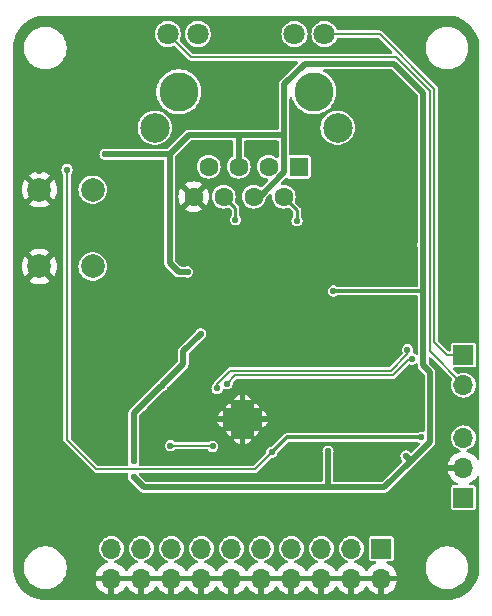
<source format=gbr>
%TF.GenerationSoftware,KiCad,Pcbnew,8.0.8+1*%
%TF.CreationDate,Date%
%TF.ProjectId,LAN8742A-breakout,4c414e38-3734-4324-912d-627265616b6f,+ (Unreleased)*%
%TF.SameCoordinates,Original*%
%TF.FileFunction,Copper,L4,Bot*%
%TF.FilePolarity,Positive*%
%FSLAX46Y46*%
G04 Gerber Fmt 4.6, Leading zero omitted, Abs format (unit mm)*
G04 Created by KiCad*
%MOMM*%
%LPD*%
G01*
G04 APERTURE LIST*
G04 Aperture macros list*
%AMRotRect*
0 Rectangle, with rotation*
0 The origin of the aperture is its center*
0 $1 length*
0 $2 width*
0 $3 Rotation angle, in degrees counterclockwise*
0 Add horizontal line*
21,1,$1,$2,0,0,$3*%
G04 Aperture macros list end*
%TA.AperFunction,ComponentPad*%
%ADD10R,1.700000X1.700000*%
%TD*%
%TA.AperFunction,ComponentPad*%
%ADD11O,1.700000X1.700000*%
%TD*%
%TA.AperFunction,HeatsinkPad*%
%ADD12C,0.500000*%
%TD*%
%TA.AperFunction,HeatsinkPad*%
%ADD13RotRect,2.500000X2.500000X315.000000*%
%TD*%
%TA.AperFunction,ComponentPad*%
%ADD14C,2.000000*%
%TD*%
%TA.AperFunction,ComponentPad*%
%ADD15C,3.300000*%
%TD*%
%TA.AperFunction,ComponentPad*%
%ADD16R,1.600000X1.600000*%
%TD*%
%TA.AperFunction,ComponentPad*%
%ADD17C,1.600000*%
%TD*%
%TA.AperFunction,ComponentPad*%
%ADD18C,1.800000*%
%TD*%
%TA.AperFunction,ComponentPad*%
%ADD19C,2.500000*%
%TD*%
%TA.AperFunction,ViaPad*%
%ADD20C,0.550000*%
%TD*%
%TA.AperFunction,Conductor*%
%ADD21C,0.500000*%
%TD*%
%TA.AperFunction,Conductor*%
%ADD22C,0.300000*%
%TD*%
%TA.AperFunction,Conductor*%
%ADD23C,0.200000*%
%TD*%
%TA.AperFunction,Conductor*%
%ADD24C,0.254000*%
%TD*%
G04 APERTURE END LIST*
D10*
%TO.P,J4,1,Pin_1*%
%TO.N,/Project Architecture/LAN8742A breakout/LED1*%
X165690981Y-75000000D03*
D11*
%TO.P,J4,2,Pin_2*%
%TO.N,/Project Architecture/LAN8742A breakout/LED2*%
X165690981Y-77540000D03*
%TD*%
D12*
%TO.P,U1,25,VSS*%
%TO.N,GND*%
X146983084Y-79021632D03*
X146275977Y-79728739D03*
X145568870Y-80435846D03*
X147690191Y-79728739D03*
X146983084Y-80435846D03*
D13*
X146983084Y-80435846D03*
D12*
X146275977Y-81142953D03*
X148397298Y-80435846D03*
X147690191Y-81142953D03*
X146983084Y-81850060D03*
%TD*%
D14*
%TO.P,SW1,1,1*%
%TO.N,GND*%
X129793981Y-67500000D03*
X129793981Y-61000000D03*
%TO.P,SW1,2,2*%
%TO.N,Net-(R6-Pad1)*%
X134293981Y-67500000D03*
X134293981Y-61000000D03*
%TD*%
D10*
%TO.P,J2,1,Pin_1*%
%TO.N,/Project Architecture/LAN8742A breakout/TXD1*%
X158739181Y-91378000D03*
D11*
%TO.P,J2,2,Pin_2*%
%TO.N,GND*%
X158739181Y-93918000D03*
%TO.P,J2,3,Pin_3*%
%TO.N,/Project Architecture/LAN8742A breakout/TXD0*%
X156199181Y-91378000D03*
%TO.P,J2,4,Pin_4*%
%TO.N,GND*%
X156199181Y-93918000D03*
%TO.P,J2,5,Pin_5*%
%TO.N,/Project Architecture/LAN8742A breakout/TXEN*%
X153659181Y-91378000D03*
%TO.P,J2,6,Pin_6*%
%TO.N,GND*%
X153659181Y-93918000D03*
%TO.P,J2,7,Pin_7*%
%TO.N,/Project Architecture/LAN8742A breakout/REFCLKO*%
X151119181Y-91378000D03*
%TO.P,J2,8,Pin_8*%
%TO.N,GND*%
X151119181Y-93918000D03*
%TO.P,J2,9,Pin_9*%
%TO.N,/Project Architecture/LAN8742A breakout/MDC*%
X148579181Y-91378000D03*
%TO.P,J2,10,Pin_10*%
%TO.N,GND*%
X148579181Y-93918000D03*
%TO.P,J2,11,Pin_11*%
%TO.N,/Project Architecture/LAN8742A breakout/MDIO*%
X146039181Y-91378000D03*
%TO.P,J2,12,Pin_12*%
%TO.N,GND*%
X146039181Y-93918000D03*
%TO.P,J2,13,Pin_13*%
%TO.N,/Project Architecture/LAN8742A breakout/CRS_DV*%
X143499181Y-91378000D03*
%TO.P,J2,14,Pin_14*%
%TO.N,GND*%
X143499181Y-93918000D03*
%TO.P,J2,15,Pin_15*%
%TO.N,/Project Architecture/LAN8742A breakout/RXER*%
X140959181Y-91378000D03*
%TO.P,J2,16,Pin_16*%
%TO.N,GND*%
X140959181Y-93918000D03*
%TO.P,J2,17,Pin_17*%
%TO.N,/Project Architecture/LAN8742A breakout/RXD0*%
X138419181Y-91378000D03*
%TO.P,J2,18,Pin_18*%
%TO.N,GND*%
X138419181Y-93918000D03*
%TO.P,J2,19,Pin_19*%
%TO.N,/Project Architecture/LAN8742A breakout/RXD1*%
X135879181Y-91378000D03*
%TO.P,J2,20,Pin_20*%
%TO.N,GND*%
X135879181Y-93918000D03*
%TD*%
D10*
%TO.P,J3,1,Pin_1*%
%TO.N,+3.3V*%
X165690981Y-87080000D03*
D11*
%TO.P,J3,2,Pin_2*%
%TO.N,GND*%
X165690981Y-84540000D03*
%TO.P,J3,3,Pin_3*%
%TO.N,/Project Architecture/LAN8742A breakout/nRST*%
X165690981Y-82000000D03*
%TD*%
D15*
%TO.P,J1,*%
%TO.N,*%
X153013981Y-52703600D03*
X141583981Y-52703600D03*
D16*
%TO.P,J1,1,TD+*%
%TO.N,/Project Architecture/LAN8742A breakout/TX_P*%
X151743981Y-59053600D03*
D17*
%TO.P,J1,2,TD-*%
%TO.N,/Project Architecture/LAN8742A breakout/TX_N*%
X150473981Y-61593600D03*
%TO.P,J1,3,RD+*%
%TO.N,/Project Architecture/LAN8742A breakout/RX_P*%
X149203981Y-59053600D03*
%TO.P,J1,4,4*%
%TO.N,+3V3_PHYA*%
X147933981Y-61593600D03*
%TO.P,J1,5,5*%
X146663981Y-59053600D03*
%TO.P,J1,6,RD-*%
%TO.N,/Project Architecture/LAN8742A breakout/RX_N*%
X145393981Y-61593600D03*
%TO.P,J1,7,NC*%
%TO.N,unconnected-(J1-NC-Pad7)*%
X144123981Y-59053600D03*
%TO.P,J1,8,CHSGND*%
%TO.N,GND*%
X142853981Y-61593600D03*
D18*
%TO.P,J1,9,9*%
%TO.N,/Project Architecture/LAN8742A breakout/LED1*%
X153923981Y-47813600D03*
%TO.P,J1,10,10*%
%TO.N,Net-(J1-Pad10)*%
X151383981Y-47813600D03*
%TO.P,J1,11,11*%
%TO.N,Net-(J1-Pad11)*%
X143203981Y-47813600D03*
%TO.P,J1,12,12*%
%TO.N,/Project Architecture/LAN8742A breakout/LED2*%
X140663981Y-47813600D03*
D19*
%TO.P,J1,SH1,SH1*%
%TO.N,Net-(JP5-B)*%
X155033981Y-55753600D03*
%TO.P,J1,SH2,SH2*%
%TO.N,Net-(JP4-B)*%
X139553981Y-55753600D03*
%TD*%
D20*
%TO.N,+3V3_PHYA*%
X140171968Y-77585187D03*
X135344081Y-58001600D03*
X154675181Y-69584000D03*
X154217981Y-83147600D03*
X142330781Y-67958400D03*
X137758781Y-85332000D03*
X144448982Y-82741022D03*
X143448381Y-73190800D03*
X140882981Y-82665000D03*
X162259981Y-65672400D03*
X137758781Y-84011200D03*
X160821981Y-83554000D03*
%TO.N,GND*%
X144998981Y-87378600D03*
X137378981Y-54358600D03*
X139918981Y-89918600D03*
X160238981Y-79758600D03*
X139918981Y-61978600D03*
X165318981Y-56898600D03*
X134838981Y-79758600D03*
X150078981Y-67058600D03*
X160238981Y-61978600D03*
X150078981Y-84838600D03*
X150078981Y-74678600D03*
X165318981Y-54358600D03*
X142458981Y-64518600D03*
X150078981Y-72138600D03*
X162778981Y-89918600D03*
X134838981Y-69598600D03*
X142458981Y-59438600D03*
X132298981Y-84838600D03*
X134838981Y-72138600D03*
X129758981Y-89918600D03*
X161545651Y-68856345D03*
X134838981Y-89918600D03*
X144998981Y-89918600D03*
X137378981Y-67058600D03*
X129758981Y-59438600D03*
X152618981Y-74678600D03*
X160238981Y-64518600D03*
X129758981Y-82298600D03*
X165318981Y-59438600D03*
X157698981Y-61978600D03*
X152618981Y-72138600D03*
X147538981Y-89918600D03*
X132298981Y-51818600D03*
X157698981Y-74678600D03*
X132298981Y-94998600D03*
X155158981Y-84838600D03*
X162778981Y-84838600D03*
X129758981Y-77218600D03*
X157698981Y-72138600D03*
X147538981Y-87378600D03*
X157698981Y-87378600D03*
X152618981Y-56898600D03*
X129758981Y-69598600D03*
X155158981Y-74678600D03*
X150078981Y-89918600D03*
X137378981Y-59438600D03*
X147538981Y-67058600D03*
X157698981Y-59438600D03*
X165318981Y-89918600D03*
X132298981Y-87378600D03*
X160238981Y-94998600D03*
X152618981Y-89918600D03*
X155158981Y-51818600D03*
X155158981Y-67058600D03*
X134838981Y-87378600D03*
X157698981Y-67058600D03*
X147538981Y-54358600D03*
X155158981Y-59438600D03*
X137378981Y-74678600D03*
X134838981Y-49278600D03*
X157698981Y-64518600D03*
X129758981Y-51818600D03*
X155158981Y-64518600D03*
X134838981Y-82298600D03*
X160238981Y-59438600D03*
X129758981Y-54358600D03*
X152618981Y-67058600D03*
X150078981Y-69598600D03*
X157698981Y-51818600D03*
X157698981Y-84838600D03*
X142458981Y-87378600D03*
X129758981Y-72138600D03*
X139918981Y-67058600D03*
X137378981Y-69598600D03*
X160238981Y-67058600D03*
X139918981Y-59438600D03*
X134838981Y-54358600D03*
X144998981Y-67058600D03*
X139918981Y-64518600D03*
X137378981Y-64518600D03*
X164116249Y-68895098D03*
X164002962Y-63054121D03*
X157698981Y-79758600D03*
X162778981Y-94998600D03*
X144998981Y-72138600D03*
X160238981Y-92458600D03*
X160238981Y-54358600D03*
X129758981Y-84838600D03*
X152618981Y-87378600D03*
X147538981Y-51818600D03*
X137378981Y-51818600D03*
X142458981Y-69598600D03*
X129758981Y-74678600D03*
X155158981Y-61978600D03*
X142458981Y-89918600D03*
X144998981Y-54358600D03*
X134838981Y-51818600D03*
X165318981Y-79758600D03*
X157698981Y-54358600D03*
X160238981Y-72138600D03*
X144998981Y-51818600D03*
X129758981Y-87378600D03*
X137378981Y-61978600D03*
X155158981Y-72138600D03*
X132298981Y-89918600D03*
X155158981Y-89918600D03*
X132298981Y-54358600D03*
X160238981Y-56898600D03*
X152618981Y-61978600D03*
X160238981Y-89918600D03*
X165318981Y-51818600D03*
X129758981Y-79758600D03*
X137378981Y-89918600D03*
X144998981Y-64518600D03*
X161534169Y-64566593D03*
X129758981Y-64518600D03*
%TO.N,/Project Architecture/LAN8742A breakout/nRST*%
X162128981Y-81979200D03*
X149466454Y-83225527D03*
X132119981Y-59297000D03*
%TO.N,/Project Architecture/LAN8742A breakout/RX_N*%
X146388660Y-63532679D03*
%TO.N,/Project Architecture/LAN8742A breakout/TX_N*%
X151594981Y-63615000D03*
%TO.N,Net-(JP1-A)*%
X144832920Y-77826061D03*
X160948981Y-74537000D03*
%TO.N,Net-(JP2-B)*%
X161355568Y-75324587D03*
X145671068Y-77420087D03*
%TD*%
D21*
%TO.N,+3V3_PHYA*%
X141975181Y-74664000D02*
X141975181Y-75730800D01*
X154217981Y-83147600D02*
X154217981Y-86195600D01*
X152287581Y-50322000D02*
X152241885Y-50322000D01*
X138622381Y-86195600D02*
X154217981Y-86195600D01*
D22*
X162284981Y-69584000D02*
X154675181Y-69584000D01*
D21*
X140171968Y-77534013D02*
X140171968Y-77585187D01*
X140806781Y-58001600D02*
X142432381Y-56376000D01*
X159774477Y-50322000D02*
X152287581Y-50322000D01*
X162284981Y-75873000D02*
X162284981Y-69584000D01*
X142432381Y-56376000D02*
X146699581Y-56376000D01*
X140171968Y-77585187D02*
X140120794Y-77585187D01*
X146663981Y-59053600D02*
X146663981Y-56411600D01*
X161228381Y-83960400D02*
X158993181Y-86195600D01*
X162853981Y-82363843D02*
X162853981Y-76442000D01*
X162284981Y-65672400D02*
X162259981Y-65672400D01*
X162259981Y-65672400D02*
X162259981Y-52807504D01*
X152241885Y-50322000D02*
X150493981Y-52069904D01*
X162259981Y-52807504D02*
X159774477Y-50322000D01*
X150493981Y-59531367D02*
X148431748Y-61593600D01*
X146663981Y-56411600D02*
X146699581Y-56376000D01*
X140120794Y-77585187D02*
X137758781Y-79947200D01*
X146699581Y-56376000D02*
X150493981Y-56376000D01*
X160821981Y-83554000D02*
X161228381Y-83960400D01*
X135344081Y-58001600D02*
X140806781Y-58001600D01*
X140806781Y-67196400D02*
X141568781Y-67958400D01*
X161228381Y-83960400D02*
X161257424Y-83960400D01*
X148431748Y-61593600D02*
X147933981Y-61593600D01*
X141568781Y-67958400D02*
X142330781Y-67958400D01*
X161257424Y-83960400D02*
X162853981Y-82363843D01*
X162284981Y-69584000D02*
X162284981Y-65672400D01*
X158993181Y-86195600D02*
X154217981Y-86195600D01*
D23*
X144372960Y-82665000D02*
X140882981Y-82665000D01*
D21*
X150493981Y-52069904D02*
X150493981Y-56376000D01*
X137758781Y-79947200D02*
X137758781Y-84011200D01*
X141975181Y-75730800D02*
X140171968Y-77534013D01*
X150493981Y-56376000D02*
X150493981Y-59531367D01*
D23*
X144448982Y-82741022D02*
X144372960Y-82665000D01*
D21*
X137758781Y-85332000D02*
X138622381Y-86195600D01*
X162853981Y-76442000D02*
X162284981Y-75873000D01*
X143448381Y-73190800D02*
X141975181Y-74664000D01*
X140806781Y-58001600D02*
X140806781Y-67196400D01*
D22*
%TO.N,/Project Architecture/LAN8742A breakout/nRST*%
X162128981Y-81979200D02*
X150712781Y-81979200D01*
D23*
X134609181Y-84671600D02*
X132119981Y-82182400D01*
X132119981Y-82182400D02*
X132119981Y-59297000D01*
X148020381Y-84671600D02*
X134609181Y-84671600D01*
X149466454Y-83225527D02*
X148020381Y-84671600D01*
D22*
X150712781Y-81979200D02*
X149466454Y-83225527D01*
D24*
%TO.N,/Project Architecture/LAN8742A breakout/RX_N*%
X146388660Y-62588279D02*
X145393981Y-61593600D01*
X146388660Y-63532679D02*
X146388660Y-62588279D01*
D23*
%TO.N,/Project Architecture/LAN8742A breakout/LED1*%
X153923981Y-47813600D02*
X158609581Y-47813600D01*
X158609581Y-47813600D02*
X163234981Y-52439000D01*
X163234981Y-52439000D02*
X163234981Y-73902000D01*
X164332981Y-75000000D02*
X165690981Y-75000000D01*
X163234981Y-73902000D02*
X164332981Y-75000000D01*
%TO.N,/Project Architecture/LAN8742A breakout/LED2*%
X160002295Y-49772000D02*
X162834981Y-52604686D01*
X162834981Y-74684000D02*
X165690981Y-77540000D01*
X162834981Y-52604686D02*
X162834981Y-74684000D01*
X140663981Y-47813600D02*
X142622381Y-49772000D01*
X142622381Y-49772000D02*
X160002295Y-49772000D01*
D24*
%TO.N,/Project Architecture/LAN8742A breakout/TX_N*%
X151594981Y-63615000D02*
X151594981Y-62714600D01*
X151594981Y-62714600D02*
X150473981Y-61593600D01*
D23*
%TO.N,Net-(JP1-A)*%
X144832920Y-77445061D02*
X144832920Y-77826061D01*
X159551981Y-76315000D02*
X145962981Y-76315000D01*
X160948981Y-74537000D02*
X160948981Y-74918000D01*
X145962981Y-76315000D02*
X144832920Y-77445061D01*
X160948981Y-74918000D02*
X159551981Y-76315000D01*
%TO.N,Net-(JP2-B)*%
X161108080Y-75324587D02*
X159717667Y-76715000D01*
X159717667Y-76715000D02*
X146376155Y-76715000D01*
X146376155Y-76715000D02*
X145671068Y-77420087D01*
X161355568Y-75324587D02*
X161108080Y-75324587D01*
%TD*%
%TA.AperFunction,Conductor*%
%TO.N,GND*%
G36*
X137953256Y-93725007D02*
G01*
X137919181Y-93852174D01*
X137919181Y-93983826D01*
X137953256Y-94110993D01*
X137986169Y-94168000D01*
X136312193Y-94168000D01*
X136345106Y-94110993D01*
X136379181Y-93983826D01*
X136379181Y-93852174D01*
X136345106Y-93725007D01*
X136312193Y-93668000D01*
X137986169Y-93668000D01*
X137953256Y-93725007D01*
G37*
%TD.AperFunction*%
%TA.AperFunction,Conductor*%
G36*
X140493256Y-93725007D02*
G01*
X140459181Y-93852174D01*
X140459181Y-93983826D01*
X140493256Y-94110993D01*
X140526169Y-94168000D01*
X138852193Y-94168000D01*
X138885106Y-94110993D01*
X138919181Y-93983826D01*
X138919181Y-93852174D01*
X138885106Y-93725007D01*
X138852193Y-93668000D01*
X140526169Y-93668000D01*
X140493256Y-93725007D01*
G37*
%TD.AperFunction*%
%TA.AperFunction,Conductor*%
G36*
X143033256Y-93725007D02*
G01*
X142999181Y-93852174D01*
X142999181Y-93983826D01*
X143033256Y-94110993D01*
X143066169Y-94168000D01*
X141392193Y-94168000D01*
X141425106Y-94110993D01*
X141459181Y-93983826D01*
X141459181Y-93852174D01*
X141425106Y-93725007D01*
X141392193Y-93668000D01*
X143066169Y-93668000D01*
X143033256Y-93725007D01*
G37*
%TD.AperFunction*%
%TA.AperFunction,Conductor*%
G36*
X145573256Y-93725007D02*
G01*
X145539181Y-93852174D01*
X145539181Y-93983826D01*
X145573256Y-94110993D01*
X145606169Y-94168000D01*
X143932193Y-94168000D01*
X143965106Y-94110993D01*
X143999181Y-93983826D01*
X143999181Y-93852174D01*
X143965106Y-93725007D01*
X143932193Y-93668000D01*
X145606169Y-93668000D01*
X145573256Y-93725007D01*
G37*
%TD.AperFunction*%
%TA.AperFunction,Conductor*%
G36*
X148113256Y-93725007D02*
G01*
X148079181Y-93852174D01*
X148079181Y-93983826D01*
X148113256Y-94110993D01*
X148146169Y-94168000D01*
X146472193Y-94168000D01*
X146505106Y-94110993D01*
X146539181Y-93983826D01*
X146539181Y-93852174D01*
X146505106Y-93725007D01*
X146472193Y-93668000D01*
X148146169Y-93668000D01*
X148113256Y-93725007D01*
G37*
%TD.AperFunction*%
%TA.AperFunction,Conductor*%
G36*
X150653256Y-93725007D02*
G01*
X150619181Y-93852174D01*
X150619181Y-93983826D01*
X150653256Y-94110993D01*
X150686169Y-94168000D01*
X149012193Y-94168000D01*
X149045106Y-94110993D01*
X149079181Y-93983826D01*
X149079181Y-93852174D01*
X149045106Y-93725007D01*
X149012193Y-93668000D01*
X150686169Y-93668000D01*
X150653256Y-93725007D01*
G37*
%TD.AperFunction*%
%TA.AperFunction,Conductor*%
G36*
X153193256Y-93725007D02*
G01*
X153159181Y-93852174D01*
X153159181Y-93983826D01*
X153193256Y-94110993D01*
X153226169Y-94168000D01*
X151552193Y-94168000D01*
X151585106Y-94110993D01*
X151619181Y-93983826D01*
X151619181Y-93852174D01*
X151585106Y-93725007D01*
X151552193Y-93668000D01*
X153226169Y-93668000D01*
X153193256Y-93725007D01*
G37*
%TD.AperFunction*%
%TA.AperFunction,Conductor*%
G36*
X155733256Y-93725007D02*
G01*
X155699181Y-93852174D01*
X155699181Y-93983826D01*
X155733256Y-94110993D01*
X155766169Y-94168000D01*
X154092193Y-94168000D01*
X154125106Y-94110993D01*
X154159181Y-93983826D01*
X154159181Y-93852174D01*
X154125106Y-93725007D01*
X154092193Y-93668000D01*
X155766169Y-93668000D01*
X155733256Y-93725007D01*
G37*
%TD.AperFunction*%
%TA.AperFunction,Conductor*%
G36*
X158273256Y-93725007D02*
G01*
X158239181Y-93852174D01*
X158239181Y-93983826D01*
X158273256Y-94110993D01*
X158306169Y-94168000D01*
X156632193Y-94168000D01*
X156665106Y-94110993D01*
X156699181Y-93983826D01*
X156699181Y-93852174D01*
X156665106Y-93725007D01*
X156632193Y-93668000D01*
X158306169Y-93668000D01*
X158273256Y-93725007D01*
G37*
%TD.AperFunction*%
%TA.AperFunction,Conductor*%
G36*
X161825484Y-82349383D02*
G01*
X161929420Y-82416178D01*
X161929422Y-82416178D01*
X161936881Y-82420972D01*
X161936015Y-82422318D01*
X161981183Y-82461463D01*
X162000863Y-82528504D01*
X161981174Y-82595542D01*
X161964544Y-82616176D01*
X161348293Y-83232426D01*
X161286970Y-83265911D01*
X161217278Y-83260927D01*
X161166900Y-83225948D01*
X161136570Y-83190945D01*
X161136566Y-83190942D01*
X161136567Y-83190942D01*
X161021540Y-83117021D01*
X160890349Y-83078500D01*
X160890348Y-83078500D01*
X160753614Y-83078500D01*
X160753613Y-83078500D01*
X160622421Y-83117021D01*
X160507394Y-83190942D01*
X160507390Y-83190946D01*
X160417853Y-83294278D01*
X160417848Y-83294285D01*
X160361051Y-83418654D01*
X160361049Y-83418662D01*
X160341591Y-83554000D01*
X160361049Y-83689337D01*
X160361051Y-83689345D01*
X160417848Y-83813714D01*
X160417851Y-83813718D01*
X160490856Y-83897971D01*
X160519880Y-83961525D01*
X160509936Y-84030684D01*
X160484823Y-84066853D01*
X158842897Y-85708781D01*
X158781574Y-85742266D01*
X158755216Y-85745100D01*
X154792481Y-85745100D01*
X154725442Y-85725415D01*
X154679687Y-85672611D01*
X154668481Y-85621100D01*
X154668481Y-83332756D01*
X154677404Y-83291737D01*
X154676414Y-83291447D01*
X154678908Y-83282949D01*
X154678912Y-83282942D01*
X154698371Y-83147600D01*
X154678912Y-83012258D01*
X154657699Y-82965809D01*
X154622113Y-82887885D01*
X154622108Y-82887878D01*
X154532571Y-82784546D01*
X154532567Y-82784542D01*
X154417540Y-82710621D01*
X154286349Y-82672100D01*
X154286348Y-82672100D01*
X154149614Y-82672100D01*
X154149613Y-82672100D01*
X154018421Y-82710621D01*
X153903394Y-82784542D01*
X153903390Y-82784546D01*
X153813853Y-82887878D01*
X153813848Y-82887885D01*
X153757051Y-83012254D01*
X153757049Y-83012262D01*
X153737591Y-83147600D01*
X153757049Y-83282938D01*
X153759548Y-83291447D01*
X153758557Y-83291737D01*
X153767481Y-83332756D01*
X153767481Y-85621100D01*
X153747796Y-85688139D01*
X153694992Y-85733894D01*
X153643481Y-85745100D01*
X138860347Y-85745100D01*
X138793308Y-85725415D01*
X138772666Y-85708781D01*
X138247665Y-85183781D01*
X138214180Y-85122458D01*
X138219164Y-85052767D01*
X138261035Y-84996833D01*
X138326500Y-84972416D01*
X138335346Y-84972100D01*
X148059941Y-84972100D01*
X148059943Y-84972100D01*
X148136370Y-84951621D01*
X148204892Y-84912060D01*
X148260841Y-84856111D01*
X149379606Y-83737346D01*
X149440929Y-83703861D01*
X149467287Y-83701027D01*
X149534821Y-83701027D01*
X149666015Y-83662505D01*
X149781043Y-83588582D01*
X149870584Y-83485245D01*
X149927385Y-83360869D01*
X149938402Y-83284236D01*
X149967426Y-83220682D01*
X149973445Y-83214216D01*
X150821644Y-82366019D01*
X150882967Y-82332534D01*
X150909325Y-82329700D01*
X161758447Y-82329700D01*
X161825484Y-82349383D01*
G37*
%TD.AperFunction*%
%TA.AperFunction,Conductor*%
G36*
X164297455Y-46250694D02*
G01*
X164594889Y-46267396D01*
X164608686Y-46268950D01*
X164898941Y-46318265D01*
X164912496Y-46321359D01*
X165195400Y-46402861D01*
X165208525Y-46407454D01*
X165480513Y-46520114D01*
X165493041Y-46526147D01*
X165750717Y-46668557D01*
X165762484Y-46675950D01*
X166002606Y-46846324D01*
X166013460Y-46854980D01*
X166121559Y-46951582D01*
X166232996Y-47051168D01*
X166242828Y-47061001D01*
X166439001Y-47280517D01*
X166447671Y-47291389D01*
X166618033Y-47531491D01*
X166625431Y-47543264D01*
X166767842Y-47800934D01*
X166773874Y-47813460D01*
X166850127Y-47997550D01*
X166886540Y-48085457D01*
X166891133Y-48098583D01*
X166972636Y-48381488D01*
X166975730Y-48395044D01*
X167025045Y-48685285D01*
X167026602Y-48699103D01*
X167043286Y-48996188D01*
X167043481Y-49003141D01*
X167043481Y-83724639D01*
X167023796Y-83791678D01*
X166970992Y-83837433D01*
X166901834Y-83847377D01*
X166838278Y-83818352D01*
X166817906Y-83795763D01*
X166729090Y-83668922D01*
X166729089Y-83668920D01*
X166562063Y-83501894D01*
X166368559Y-83366399D01*
X166154473Y-83266570D01*
X166154467Y-83266567D01*
X166032330Y-83233841D01*
X165972670Y-83197476D01*
X165942141Y-83134629D01*
X165950436Y-83065253D01*
X165994921Y-83011375D01*
X166028425Y-82995407D01*
X166094935Y-82975232D01*
X166277431Y-82877685D01*
X166437391Y-82746410D01*
X166568666Y-82586450D01*
X166666213Y-82403954D01*
X166726281Y-82205934D01*
X166746564Y-82000000D01*
X166726281Y-81794066D01*
X166666213Y-81596046D01*
X166568666Y-81413550D01*
X166516683Y-81350209D01*
X166437391Y-81253589D01*
X166277433Y-81122317D01*
X166277434Y-81122317D01*
X166277431Y-81122315D01*
X166094935Y-81024768D01*
X165896915Y-80964700D01*
X165896913Y-80964699D01*
X165896915Y-80964699D01*
X165690981Y-80944417D01*
X165485048Y-80964699D01*
X165287024Y-81024769D01*
X165198390Y-81072146D01*
X165104531Y-81122315D01*
X165104529Y-81122316D01*
X165104528Y-81122317D01*
X164944570Y-81253589D01*
X164813298Y-81413547D01*
X164715750Y-81596043D01*
X164655680Y-81794067D01*
X164635398Y-82000000D01*
X164655680Y-82205932D01*
X164683727Y-82298389D01*
X164715749Y-82403954D01*
X164813296Y-82586450D01*
X164813298Y-82586452D01*
X164944570Y-82746410D01*
X165010291Y-82800345D01*
X165104531Y-82877685D01*
X165287027Y-82975232D01*
X165353532Y-82995405D01*
X165411970Y-83033702D01*
X165440427Y-83097514D01*
X165429868Y-83166581D01*
X165383644Y-83218975D01*
X165349631Y-83233841D01*
X165227495Y-83266567D01*
X165227488Y-83266570D01*
X165013403Y-83366399D01*
X165013401Y-83366400D01*
X164819907Y-83501886D01*
X164819901Y-83501891D01*
X164652872Y-83668920D01*
X164652867Y-83668926D01*
X164517381Y-83862420D01*
X164517380Y-83862422D01*
X164417551Y-84076507D01*
X164417548Y-84076513D01*
X164360345Y-84289999D01*
X164360345Y-84290000D01*
X165257969Y-84290000D01*
X165225056Y-84347007D01*
X165190981Y-84474174D01*
X165190981Y-84605826D01*
X165225056Y-84732993D01*
X165257969Y-84790000D01*
X164360345Y-84790000D01*
X164417548Y-85003486D01*
X164417551Y-85003492D01*
X164517380Y-85217578D01*
X164652875Y-85411082D01*
X164819898Y-85578105D01*
X165013402Y-85713600D01*
X165183929Y-85793118D01*
X165236368Y-85839290D01*
X165255520Y-85906484D01*
X165235304Y-85973365D01*
X165182139Y-86018700D01*
X165131524Y-86029500D01*
X164821228Y-86029500D01*
X164762751Y-86041131D01*
X164762750Y-86041132D01*
X164696428Y-86085447D01*
X164652113Y-86151769D01*
X164652112Y-86151770D01*
X164640481Y-86210247D01*
X164640481Y-87949752D01*
X164652112Y-88008229D01*
X164652113Y-88008230D01*
X164696428Y-88074552D01*
X164762750Y-88118867D01*
X164762751Y-88118868D01*
X164821228Y-88130499D01*
X164821231Y-88130500D01*
X164821233Y-88130500D01*
X166560731Y-88130500D01*
X166560732Y-88130499D01*
X166575549Y-88127552D01*
X166619210Y-88118868D01*
X166619210Y-88118867D01*
X166619212Y-88118867D01*
X166685533Y-88074552D01*
X166729848Y-88008231D01*
X166729848Y-88008229D01*
X166729849Y-88008229D01*
X166741480Y-87949752D01*
X166741481Y-87949750D01*
X166741481Y-86210249D01*
X166741480Y-86210247D01*
X166729849Y-86151770D01*
X166729848Y-86151769D01*
X166685533Y-86085447D01*
X166619211Y-86041132D01*
X166619210Y-86041131D01*
X166560733Y-86029500D01*
X166560729Y-86029500D01*
X166250438Y-86029500D01*
X166183399Y-86009815D01*
X166137644Y-85957011D01*
X166127700Y-85887853D01*
X166156725Y-85824297D01*
X166198033Y-85793118D01*
X166368559Y-85713600D01*
X166562063Y-85578105D01*
X166729086Y-85411082D01*
X166817906Y-85284236D01*
X166872483Y-85240611D01*
X166941982Y-85233419D01*
X167004336Y-85264941D01*
X167039750Y-85325171D01*
X167043481Y-85355360D01*
X167043481Y-92996519D01*
X167043286Y-93003472D01*
X167026583Y-93300892D01*
X167025026Y-93314710D01*
X166975711Y-93604951D01*
X166972617Y-93618508D01*
X166891114Y-93901411D01*
X166886521Y-93914535D01*
X166773859Y-94186527D01*
X166767830Y-94199046D01*
X166625412Y-94456731D01*
X166618020Y-94468495D01*
X166447656Y-94708598D01*
X166438987Y-94719469D01*
X166242811Y-94938990D01*
X166232977Y-94948823D01*
X166013457Y-95144996D01*
X166002586Y-95153666D01*
X165762482Y-95324028D01*
X165750707Y-95331426D01*
X165493033Y-95473835D01*
X165480505Y-95479868D01*
X165208519Y-95592527D01*
X165195394Y-95597120D01*
X164912492Y-95678621D01*
X164898935Y-95681715D01*
X164608694Y-95731028D01*
X164594876Y-95732585D01*
X164323349Y-95747831D01*
X164297116Y-95749305D01*
X164290166Y-95749500D01*
X130297464Y-95749500D01*
X130290512Y-95749305D01*
X130251882Y-95747135D01*
X129993089Y-95732600D01*
X129979272Y-95731043D01*
X129689032Y-95681728D01*
X129675475Y-95678634D01*
X129392574Y-95597130D01*
X129379449Y-95592537D01*
X129107456Y-95479873D01*
X129094931Y-95473841D01*
X128837255Y-95331426D01*
X128825495Y-95324036D01*
X128585378Y-95153663D01*
X128574515Y-95144999D01*
X128355001Y-94948828D01*
X128345168Y-94938996D01*
X128221399Y-94800498D01*
X128148982Y-94719462D01*
X128140324Y-94708605D01*
X127992505Y-94500273D01*
X127969958Y-94468495D01*
X127962560Y-94456721D01*
X127820150Y-94199049D01*
X127814117Y-94186520D01*
X127701459Y-93914537D01*
X127696866Y-93901413D01*
X127636380Y-93691463D01*
X127615361Y-93618506D01*
X127612268Y-93604951D01*
X127562952Y-93314700D01*
X127561398Y-93300901D01*
X127544676Y-93003128D01*
X127544481Y-92996176D01*
X127544481Y-92881995D01*
X128493481Y-92881995D01*
X128493481Y-93118004D01*
X128493482Y-93118020D01*
X128524287Y-93352010D01*
X128585375Y-93579993D01*
X128675695Y-93798045D01*
X128675700Y-93798056D01*
X128701328Y-93842444D01*
X128793708Y-94002450D01*
X128793710Y-94002453D01*
X128793711Y-94002454D01*
X128937387Y-94189697D01*
X128937393Y-94189704D01*
X129104276Y-94356587D01*
X129104283Y-94356593D01*
X129214287Y-94441001D01*
X129291531Y-94500273D01*
X129393845Y-94559344D01*
X129495924Y-94618280D01*
X129495929Y-94618282D01*
X129495932Y-94618284D01*
X129713988Y-94708606D01*
X129941967Y-94769693D01*
X130175970Y-94800500D01*
X130175977Y-94800500D01*
X130411985Y-94800500D01*
X130411992Y-94800500D01*
X130645995Y-94769693D01*
X130873974Y-94708606D01*
X131092030Y-94618284D01*
X131296431Y-94500273D01*
X131483680Y-94356592D01*
X131650573Y-94189699D01*
X131794254Y-94002450D01*
X131912265Y-93798049D01*
X131966134Y-93667999D01*
X134548545Y-93667999D01*
X134548545Y-93668000D01*
X135446169Y-93668000D01*
X135413256Y-93725007D01*
X135379181Y-93852174D01*
X135379181Y-93983826D01*
X135413256Y-94110993D01*
X135446169Y-94168000D01*
X134548545Y-94168000D01*
X134605748Y-94381486D01*
X134605751Y-94381492D01*
X134705580Y-94595578D01*
X134841075Y-94789082D01*
X135008098Y-94956105D01*
X135201602Y-95091600D01*
X135415688Y-95191429D01*
X135415697Y-95191433D01*
X135629181Y-95248634D01*
X135629181Y-94351012D01*
X135686188Y-94383925D01*
X135813355Y-94418000D01*
X135945007Y-94418000D01*
X136072174Y-94383925D01*
X136129181Y-94351012D01*
X136129181Y-95248633D01*
X136342664Y-95191433D01*
X136342673Y-95191429D01*
X136556759Y-95091600D01*
X136750263Y-94956105D01*
X136917286Y-94789082D01*
X137047606Y-94602968D01*
X137102183Y-94559344D01*
X137171682Y-94552151D01*
X137234036Y-94583673D01*
X137250756Y-94602968D01*
X137381075Y-94789082D01*
X137548098Y-94956105D01*
X137741602Y-95091600D01*
X137955688Y-95191429D01*
X137955697Y-95191433D01*
X138169181Y-95248634D01*
X138169181Y-94351012D01*
X138226188Y-94383925D01*
X138353355Y-94418000D01*
X138485007Y-94418000D01*
X138612174Y-94383925D01*
X138669181Y-94351012D01*
X138669181Y-95248633D01*
X138882664Y-95191433D01*
X138882673Y-95191429D01*
X139096759Y-95091600D01*
X139290263Y-94956105D01*
X139457286Y-94789082D01*
X139587606Y-94602968D01*
X139642183Y-94559344D01*
X139711682Y-94552151D01*
X139774036Y-94583673D01*
X139790756Y-94602968D01*
X139921075Y-94789082D01*
X140088098Y-94956105D01*
X140281602Y-95091600D01*
X140495688Y-95191429D01*
X140495697Y-95191433D01*
X140709181Y-95248634D01*
X140709181Y-94351012D01*
X140766188Y-94383925D01*
X140893355Y-94418000D01*
X141025007Y-94418000D01*
X141152174Y-94383925D01*
X141209181Y-94351012D01*
X141209181Y-95248633D01*
X141422664Y-95191433D01*
X141422673Y-95191429D01*
X141636759Y-95091600D01*
X141830263Y-94956105D01*
X141997286Y-94789082D01*
X142127606Y-94602968D01*
X142182183Y-94559344D01*
X142251682Y-94552151D01*
X142314036Y-94583673D01*
X142330756Y-94602968D01*
X142461075Y-94789082D01*
X142628098Y-94956105D01*
X142821602Y-95091600D01*
X143035688Y-95191429D01*
X143035697Y-95191433D01*
X143249181Y-95248634D01*
X143249181Y-94351012D01*
X143306188Y-94383925D01*
X143433355Y-94418000D01*
X143565007Y-94418000D01*
X143692174Y-94383925D01*
X143749181Y-94351012D01*
X143749181Y-95248633D01*
X143962664Y-95191433D01*
X143962673Y-95191429D01*
X144176759Y-95091600D01*
X144370263Y-94956105D01*
X144537286Y-94789082D01*
X144667606Y-94602968D01*
X144722183Y-94559344D01*
X144791682Y-94552151D01*
X144854036Y-94583673D01*
X144870756Y-94602968D01*
X145001075Y-94789082D01*
X145168098Y-94956105D01*
X145361602Y-95091600D01*
X145575688Y-95191429D01*
X145575697Y-95191433D01*
X145789181Y-95248634D01*
X145789181Y-94351012D01*
X145846188Y-94383925D01*
X145973355Y-94418000D01*
X146105007Y-94418000D01*
X146232174Y-94383925D01*
X146289181Y-94351012D01*
X146289181Y-95248633D01*
X146502664Y-95191433D01*
X146502673Y-95191429D01*
X146716759Y-95091600D01*
X146910263Y-94956105D01*
X147077286Y-94789082D01*
X147207606Y-94602968D01*
X147262183Y-94559344D01*
X147331682Y-94552151D01*
X147394036Y-94583673D01*
X147410756Y-94602968D01*
X147541075Y-94789082D01*
X147708098Y-94956105D01*
X147901602Y-95091600D01*
X148115688Y-95191429D01*
X148115697Y-95191433D01*
X148329181Y-95248634D01*
X148329181Y-94351012D01*
X148386188Y-94383925D01*
X148513355Y-94418000D01*
X148645007Y-94418000D01*
X148772174Y-94383925D01*
X148829181Y-94351012D01*
X148829181Y-95248633D01*
X149042664Y-95191433D01*
X149042673Y-95191429D01*
X149256759Y-95091600D01*
X149450263Y-94956105D01*
X149617286Y-94789082D01*
X149747606Y-94602968D01*
X149802183Y-94559344D01*
X149871682Y-94552151D01*
X149934036Y-94583673D01*
X149950756Y-94602968D01*
X150081075Y-94789082D01*
X150248098Y-94956105D01*
X150441602Y-95091600D01*
X150655688Y-95191429D01*
X150655697Y-95191433D01*
X150869181Y-95248634D01*
X150869181Y-94351012D01*
X150926188Y-94383925D01*
X151053355Y-94418000D01*
X151185007Y-94418000D01*
X151312174Y-94383925D01*
X151369181Y-94351012D01*
X151369181Y-95248633D01*
X151582664Y-95191433D01*
X151582673Y-95191429D01*
X151796759Y-95091600D01*
X151990263Y-94956105D01*
X152157286Y-94789082D01*
X152287606Y-94602968D01*
X152342183Y-94559344D01*
X152411682Y-94552151D01*
X152474036Y-94583673D01*
X152490756Y-94602968D01*
X152621075Y-94789082D01*
X152788098Y-94956105D01*
X152981602Y-95091600D01*
X153195688Y-95191429D01*
X153195697Y-95191433D01*
X153409181Y-95248634D01*
X153409181Y-94351012D01*
X153466188Y-94383925D01*
X153593355Y-94418000D01*
X153725007Y-94418000D01*
X153852174Y-94383925D01*
X153909181Y-94351012D01*
X153909181Y-95248633D01*
X154122664Y-95191433D01*
X154122673Y-95191429D01*
X154336759Y-95091600D01*
X154530263Y-94956105D01*
X154697286Y-94789082D01*
X154827606Y-94602968D01*
X154882183Y-94559344D01*
X154951682Y-94552151D01*
X155014036Y-94583673D01*
X155030756Y-94602968D01*
X155161075Y-94789082D01*
X155328098Y-94956105D01*
X155521602Y-95091600D01*
X155735688Y-95191429D01*
X155735697Y-95191433D01*
X155949181Y-95248634D01*
X155949181Y-94351012D01*
X156006188Y-94383925D01*
X156133355Y-94418000D01*
X156265007Y-94418000D01*
X156392174Y-94383925D01*
X156449181Y-94351012D01*
X156449181Y-95248633D01*
X156662664Y-95191433D01*
X156662673Y-95191429D01*
X156876759Y-95091600D01*
X157070263Y-94956105D01*
X157237286Y-94789082D01*
X157367606Y-94602968D01*
X157422183Y-94559344D01*
X157491682Y-94552151D01*
X157554036Y-94583673D01*
X157570756Y-94602968D01*
X157701075Y-94789082D01*
X157868098Y-94956105D01*
X158061602Y-95091600D01*
X158275688Y-95191429D01*
X158275697Y-95191433D01*
X158489181Y-95248634D01*
X158489181Y-94351012D01*
X158546188Y-94383925D01*
X158673355Y-94418000D01*
X158805007Y-94418000D01*
X158932174Y-94383925D01*
X158989181Y-94351012D01*
X158989181Y-95248633D01*
X159202664Y-95191433D01*
X159202673Y-95191429D01*
X159416759Y-95091600D01*
X159610263Y-94956105D01*
X159777286Y-94789082D01*
X159912781Y-94595578D01*
X160012610Y-94381492D01*
X160012613Y-94381486D01*
X160069817Y-94168000D01*
X159172193Y-94168000D01*
X159205106Y-94110993D01*
X159239181Y-93983826D01*
X159239181Y-93852174D01*
X159205106Y-93725007D01*
X159172193Y-93668000D01*
X160069817Y-93668000D01*
X160069816Y-93667999D01*
X160012613Y-93454513D01*
X160012610Y-93454507D01*
X159912781Y-93240422D01*
X159912780Y-93240420D01*
X159777294Y-93046926D01*
X159777289Y-93046920D01*
X159612364Y-92881995D01*
X162493481Y-92881995D01*
X162493481Y-93118004D01*
X162493482Y-93118020D01*
X162524287Y-93352010D01*
X162585375Y-93579993D01*
X162675695Y-93798045D01*
X162675700Y-93798056D01*
X162701328Y-93842444D01*
X162793708Y-94002450D01*
X162793710Y-94002453D01*
X162793711Y-94002454D01*
X162937387Y-94189697D01*
X162937393Y-94189704D01*
X163104276Y-94356587D01*
X163104283Y-94356593D01*
X163214287Y-94441001D01*
X163291531Y-94500273D01*
X163393845Y-94559344D01*
X163495924Y-94618280D01*
X163495929Y-94618282D01*
X163495932Y-94618284D01*
X163713988Y-94708606D01*
X163941967Y-94769693D01*
X164175970Y-94800500D01*
X164175977Y-94800500D01*
X164411985Y-94800500D01*
X164411992Y-94800500D01*
X164645995Y-94769693D01*
X164873974Y-94708606D01*
X165092030Y-94618284D01*
X165296431Y-94500273D01*
X165483680Y-94356592D01*
X165650573Y-94189699D01*
X165794254Y-94002450D01*
X165912265Y-93798049D01*
X166002587Y-93579993D01*
X166063674Y-93352014D01*
X166094481Y-93118011D01*
X166094481Y-92881989D01*
X166063674Y-92647986D01*
X166002587Y-92420007D01*
X165912265Y-92201951D01*
X165912263Y-92201948D01*
X165912261Y-92201943D01*
X165867497Y-92124410D01*
X165794254Y-91997550D01*
X165650573Y-91810301D01*
X165650568Y-91810295D01*
X165483685Y-91643412D01*
X165483678Y-91643406D01*
X165296435Y-91499730D01*
X165296434Y-91499729D01*
X165296431Y-91499727D01*
X165214938Y-91452677D01*
X165092037Y-91381719D01*
X165092026Y-91381714D01*
X164873974Y-91291394D01*
X164645991Y-91230306D01*
X164412001Y-91199501D01*
X164411998Y-91199500D01*
X164411992Y-91199500D01*
X164175970Y-91199500D01*
X164175964Y-91199500D01*
X164175960Y-91199501D01*
X163941970Y-91230306D01*
X163713987Y-91291394D01*
X163495935Y-91381714D01*
X163495924Y-91381719D01*
X163291526Y-91499730D01*
X163104283Y-91643406D01*
X163104276Y-91643412D01*
X162937393Y-91810295D01*
X162937387Y-91810302D01*
X162793711Y-91997545D01*
X162675700Y-92201943D01*
X162675695Y-92201954D01*
X162585375Y-92420006D01*
X162524287Y-92647989D01*
X162493482Y-92881979D01*
X162493481Y-92881995D01*
X159612364Y-92881995D01*
X159610263Y-92879894D01*
X159416759Y-92744399D01*
X159246233Y-92664882D01*
X159193794Y-92618710D01*
X159174642Y-92551516D01*
X159194858Y-92484635D01*
X159248023Y-92439300D01*
X159298638Y-92428500D01*
X159608931Y-92428500D01*
X159608932Y-92428499D01*
X159623749Y-92425552D01*
X159667410Y-92416868D01*
X159667410Y-92416867D01*
X159667412Y-92416867D01*
X159733733Y-92372552D01*
X159778048Y-92306231D01*
X159778048Y-92306229D01*
X159778049Y-92306229D01*
X159789680Y-92247752D01*
X159789681Y-92247750D01*
X159789681Y-90508249D01*
X159789680Y-90508247D01*
X159778049Y-90449770D01*
X159778048Y-90449769D01*
X159733733Y-90383447D01*
X159667411Y-90339132D01*
X159667410Y-90339131D01*
X159608933Y-90327500D01*
X159608929Y-90327500D01*
X157869433Y-90327500D01*
X157869428Y-90327500D01*
X157810951Y-90339131D01*
X157810950Y-90339132D01*
X157744628Y-90383447D01*
X157700313Y-90449769D01*
X157700312Y-90449770D01*
X157688681Y-90508247D01*
X157688681Y-92247752D01*
X157700312Y-92306229D01*
X157700313Y-92306230D01*
X157744628Y-92372552D01*
X157810950Y-92416867D01*
X157810951Y-92416868D01*
X157869428Y-92428499D01*
X157869431Y-92428500D01*
X158179724Y-92428500D01*
X158246763Y-92448185D01*
X158292518Y-92500989D01*
X158302462Y-92570147D01*
X158273437Y-92633703D01*
X158232129Y-92664882D01*
X158061603Y-92744399D01*
X158061601Y-92744400D01*
X157868107Y-92879886D01*
X157868101Y-92879891D01*
X157701072Y-93046920D01*
X157701071Y-93046922D01*
X157570756Y-93233031D01*
X157516179Y-93276655D01*
X157446680Y-93283848D01*
X157384326Y-93252326D01*
X157367606Y-93233031D01*
X157237290Y-93046922D01*
X157237289Y-93046920D01*
X157070263Y-92879894D01*
X156876759Y-92744399D01*
X156662673Y-92644570D01*
X156662667Y-92644567D01*
X156540530Y-92611841D01*
X156480870Y-92575476D01*
X156450341Y-92512629D01*
X156458636Y-92443253D01*
X156503121Y-92389375D01*
X156536625Y-92373407D01*
X156603135Y-92353232D01*
X156785631Y-92255685D01*
X156945591Y-92124410D01*
X157076866Y-91964450D01*
X157174413Y-91781954D01*
X157234481Y-91583934D01*
X157254764Y-91378000D01*
X157234481Y-91172066D01*
X157174413Y-90974046D01*
X157076866Y-90791550D01*
X157024883Y-90728209D01*
X156945591Y-90631589D01*
X156795302Y-90508252D01*
X156785631Y-90500315D01*
X156603135Y-90402768D01*
X156405115Y-90342700D01*
X156405113Y-90342699D01*
X156405115Y-90342699D01*
X156199181Y-90322417D01*
X155993248Y-90342699D01*
X155795224Y-90402769D01*
X155707295Y-90449769D01*
X155612731Y-90500315D01*
X155612729Y-90500316D01*
X155612728Y-90500317D01*
X155452770Y-90631589D01*
X155321498Y-90791547D01*
X155223950Y-90974043D01*
X155163880Y-91172067D01*
X155143598Y-91378000D01*
X155163880Y-91583932D01*
X155163881Y-91583934D01*
X155223949Y-91781954D01*
X155321496Y-91964450D01*
X155321498Y-91964452D01*
X155452770Y-92124410D01*
X155547246Y-92201943D01*
X155612731Y-92255685D01*
X155795227Y-92353232D01*
X155861732Y-92373405D01*
X155920170Y-92411702D01*
X155948627Y-92475514D01*
X155938068Y-92544581D01*
X155891844Y-92596975D01*
X155857831Y-92611841D01*
X155735695Y-92644567D01*
X155735688Y-92644570D01*
X155521603Y-92744399D01*
X155521601Y-92744400D01*
X155328107Y-92879886D01*
X155328101Y-92879891D01*
X155161072Y-93046920D01*
X155161071Y-93046922D01*
X155030756Y-93233031D01*
X154976179Y-93276655D01*
X154906680Y-93283848D01*
X154844326Y-93252326D01*
X154827606Y-93233031D01*
X154697290Y-93046922D01*
X154697289Y-93046920D01*
X154530263Y-92879894D01*
X154336759Y-92744399D01*
X154122673Y-92644570D01*
X154122667Y-92644567D01*
X154000530Y-92611841D01*
X153940870Y-92575476D01*
X153910341Y-92512629D01*
X153918636Y-92443253D01*
X153963121Y-92389375D01*
X153996625Y-92373407D01*
X154063135Y-92353232D01*
X154245631Y-92255685D01*
X154405591Y-92124410D01*
X154536866Y-91964450D01*
X154634413Y-91781954D01*
X154694481Y-91583934D01*
X154714764Y-91378000D01*
X154694481Y-91172066D01*
X154634413Y-90974046D01*
X154536866Y-90791550D01*
X154484883Y-90728209D01*
X154405591Y-90631589D01*
X154255302Y-90508252D01*
X154245631Y-90500315D01*
X154063135Y-90402768D01*
X153865115Y-90342700D01*
X153865113Y-90342699D01*
X153865115Y-90342699D01*
X153659181Y-90322417D01*
X153453248Y-90342699D01*
X153255224Y-90402769D01*
X153167295Y-90449769D01*
X153072731Y-90500315D01*
X153072729Y-90500316D01*
X153072728Y-90500317D01*
X152912770Y-90631589D01*
X152781498Y-90791547D01*
X152683950Y-90974043D01*
X152623880Y-91172067D01*
X152603598Y-91378000D01*
X152623880Y-91583932D01*
X152623881Y-91583934D01*
X152683949Y-91781954D01*
X152781496Y-91964450D01*
X152781498Y-91964452D01*
X152912770Y-92124410D01*
X153007246Y-92201943D01*
X153072731Y-92255685D01*
X153255227Y-92353232D01*
X153321732Y-92373405D01*
X153380170Y-92411702D01*
X153408627Y-92475514D01*
X153398068Y-92544581D01*
X153351844Y-92596975D01*
X153317831Y-92611841D01*
X153195695Y-92644567D01*
X153195688Y-92644570D01*
X152981603Y-92744399D01*
X152981601Y-92744400D01*
X152788107Y-92879886D01*
X152788101Y-92879891D01*
X152621072Y-93046920D01*
X152621071Y-93046922D01*
X152490756Y-93233031D01*
X152436179Y-93276655D01*
X152366680Y-93283848D01*
X152304326Y-93252326D01*
X152287606Y-93233031D01*
X152157290Y-93046922D01*
X152157289Y-93046920D01*
X151990263Y-92879894D01*
X151796759Y-92744399D01*
X151582673Y-92644570D01*
X151582667Y-92644567D01*
X151460530Y-92611841D01*
X151400870Y-92575476D01*
X151370341Y-92512629D01*
X151378636Y-92443253D01*
X151423121Y-92389375D01*
X151456625Y-92373407D01*
X151523135Y-92353232D01*
X151705631Y-92255685D01*
X151865591Y-92124410D01*
X151996866Y-91964450D01*
X152094413Y-91781954D01*
X152154481Y-91583934D01*
X152174764Y-91378000D01*
X152154481Y-91172066D01*
X152094413Y-90974046D01*
X151996866Y-90791550D01*
X151944883Y-90728209D01*
X151865591Y-90631589D01*
X151715302Y-90508252D01*
X151705631Y-90500315D01*
X151523135Y-90402768D01*
X151325115Y-90342700D01*
X151325113Y-90342699D01*
X151325115Y-90342699D01*
X151119181Y-90322417D01*
X150913248Y-90342699D01*
X150715224Y-90402769D01*
X150627295Y-90449769D01*
X150532731Y-90500315D01*
X150532729Y-90500316D01*
X150532728Y-90500317D01*
X150372770Y-90631589D01*
X150241498Y-90791547D01*
X150143950Y-90974043D01*
X150083880Y-91172067D01*
X150063598Y-91378000D01*
X150083880Y-91583932D01*
X150083881Y-91583934D01*
X150143949Y-91781954D01*
X150241496Y-91964450D01*
X150241498Y-91964452D01*
X150372770Y-92124410D01*
X150467246Y-92201943D01*
X150532731Y-92255685D01*
X150715227Y-92353232D01*
X150781732Y-92373405D01*
X150840170Y-92411702D01*
X150868627Y-92475514D01*
X150858068Y-92544581D01*
X150811844Y-92596975D01*
X150777831Y-92611841D01*
X150655695Y-92644567D01*
X150655688Y-92644570D01*
X150441603Y-92744399D01*
X150441601Y-92744400D01*
X150248107Y-92879886D01*
X150248101Y-92879891D01*
X150081072Y-93046920D01*
X150081071Y-93046922D01*
X149950756Y-93233031D01*
X149896179Y-93276655D01*
X149826680Y-93283848D01*
X149764326Y-93252326D01*
X149747606Y-93233031D01*
X149617290Y-93046922D01*
X149617289Y-93046920D01*
X149450263Y-92879894D01*
X149256759Y-92744399D01*
X149042673Y-92644570D01*
X149042667Y-92644567D01*
X148920530Y-92611841D01*
X148860870Y-92575476D01*
X148830341Y-92512629D01*
X148838636Y-92443253D01*
X148883121Y-92389375D01*
X148916625Y-92373407D01*
X148983135Y-92353232D01*
X149165631Y-92255685D01*
X149325591Y-92124410D01*
X149456866Y-91964450D01*
X149554413Y-91781954D01*
X149614481Y-91583934D01*
X149634764Y-91378000D01*
X149614481Y-91172066D01*
X149554413Y-90974046D01*
X149456866Y-90791550D01*
X149404883Y-90728209D01*
X149325591Y-90631589D01*
X149175302Y-90508252D01*
X149165631Y-90500315D01*
X148983135Y-90402768D01*
X148785115Y-90342700D01*
X148785113Y-90342699D01*
X148785115Y-90342699D01*
X148579181Y-90322417D01*
X148373248Y-90342699D01*
X148175224Y-90402769D01*
X148087295Y-90449769D01*
X147992731Y-90500315D01*
X147992729Y-90500316D01*
X147992728Y-90500317D01*
X147832770Y-90631589D01*
X147701498Y-90791547D01*
X147603950Y-90974043D01*
X147543880Y-91172067D01*
X147523598Y-91378000D01*
X147543880Y-91583932D01*
X147543881Y-91583934D01*
X147603949Y-91781954D01*
X147701496Y-91964450D01*
X147701498Y-91964452D01*
X147832770Y-92124410D01*
X147927246Y-92201943D01*
X147992731Y-92255685D01*
X148175227Y-92353232D01*
X148241732Y-92373405D01*
X148300170Y-92411702D01*
X148328627Y-92475514D01*
X148318068Y-92544581D01*
X148271844Y-92596975D01*
X148237831Y-92611841D01*
X148115695Y-92644567D01*
X148115688Y-92644570D01*
X147901603Y-92744399D01*
X147901601Y-92744400D01*
X147708107Y-92879886D01*
X147708101Y-92879891D01*
X147541072Y-93046920D01*
X147541071Y-93046922D01*
X147410756Y-93233031D01*
X147356179Y-93276655D01*
X147286680Y-93283848D01*
X147224326Y-93252326D01*
X147207606Y-93233031D01*
X147077290Y-93046922D01*
X147077289Y-93046920D01*
X146910263Y-92879894D01*
X146716759Y-92744399D01*
X146502673Y-92644570D01*
X146502667Y-92644567D01*
X146380530Y-92611841D01*
X146320870Y-92575476D01*
X146290341Y-92512629D01*
X146298636Y-92443253D01*
X146343121Y-92389375D01*
X146376625Y-92373407D01*
X146443135Y-92353232D01*
X146625631Y-92255685D01*
X146785591Y-92124410D01*
X146916866Y-91964450D01*
X147014413Y-91781954D01*
X147074481Y-91583934D01*
X147094764Y-91378000D01*
X147074481Y-91172066D01*
X147014413Y-90974046D01*
X146916866Y-90791550D01*
X146864883Y-90728209D01*
X146785591Y-90631589D01*
X146635302Y-90508252D01*
X146625631Y-90500315D01*
X146443135Y-90402768D01*
X146245115Y-90342700D01*
X146245113Y-90342699D01*
X146245115Y-90342699D01*
X146039181Y-90322417D01*
X145833248Y-90342699D01*
X145635224Y-90402769D01*
X145547295Y-90449769D01*
X145452731Y-90500315D01*
X145452729Y-90500316D01*
X145452728Y-90500317D01*
X145292770Y-90631589D01*
X145161498Y-90791547D01*
X145063950Y-90974043D01*
X145003880Y-91172067D01*
X144983598Y-91378000D01*
X145003880Y-91583932D01*
X145003881Y-91583934D01*
X145063949Y-91781954D01*
X145161496Y-91964450D01*
X145161498Y-91964452D01*
X145292770Y-92124410D01*
X145387246Y-92201943D01*
X145452731Y-92255685D01*
X145635227Y-92353232D01*
X145701732Y-92373405D01*
X145760170Y-92411702D01*
X145788627Y-92475514D01*
X145778068Y-92544581D01*
X145731844Y-92596975D01*
X145697831Y-92611841D01*
X145575695Y-92644567D01*
X145575688Y-92644570D01*
X145361603Y-92744399D01*
X145361601Y-92744400D01*
X145168107Y-92879886D01*
X145168101Y-92879891D01*
X145001072Y-93046920D01*
X145001071Y-93046922D01*
X144870756Y-93233031D01*
X144816179Y-93276655D01*
X144746680Y-93283848D01*
X144684326Y-93252326D01*
X144667606Y-93233031D01*
X144537290Y-93046922D01*
X144537289Y-93046920D01*
X144370263Y-92879894D01*
X144176759Y-92744399D01*
X143962673Y-92644570D01*
X143962667Y-92644567D01*
X143840530Y-92611841D01*
X143780870Y-92575476D01*
X143750341Y-92512629D01*
X143758636Y-92443253D01*
X143803121Y-92389375D01*
X143836625Y-92373407D01*
X143903135Y-92353232D01*
X144085631Y-92255685D01*
X144245591Y-92124410D01*
X144376866Y-91964450D01*
X144474413Y-91781954D01*
X144534481Y-91583934D01*
X144554764Y-91378000D01*
X144534481Y-91172066D01*
X144474413Y-90974046D01*
X144376866Y-90791550D01*
X144324883Y-90728209D01*
X144245591Y-90631589D01*
X144095302Y-90508252D01*
X144085631Y-90500315D01*
X143903135Y-90402768D01*
X143705115Y-90342700D01*
X143705113Y-90342699D01*
X143705115Y-90342699D01*
X143499181Y-90322417D01*
X143293248Y-90342699D01*
X143095224Y-90402769D01*
X143007295Y-90449769D01*
X142912731Y-90500315D01*
X142912729Y-90500316D01*
X142912728Y-90500317D01*
X142752770Y-90631589D01*
X142621498Y-90791547D01*
X142523950Y-90974043D01*
X142463880Y-91172067D01*
X142443598Y-91378000D01*
X142463880Y-91583932D01*
X142463881Y-91583934D01*
X142523949Y-91781954D01*
X142621496Y-91964450D01*
X142621498Y-91964452D01*
X142752770Y-92124410D01*
X142847246Y-92201943D01*
X142912731Y-92255685D01*
X143095227Y-92353232D01*
X143161732Y-92373405D01*
X143220170Y-92411702D01*
X143248627Y-92475514D01*
X143238068Y-92544581D01*
X143191844Y-92596975D01*
X143157831Y-92611841D01*
X143035695Y-92644567D01*
X143035688Y-92644570D01*
X142821603Y-92744399D01*
X142821601Y-92744400D01*
X142628107Y-92879886D01*
X142628101Y-92879891D01*
X142461072Y-93046920D01*
X142461071Y-93046922D01*
X142330756Y-93233031D01*
X142276179Y-93276655D01*
X142206680Y-93283848D01*
X142144326Y-93252326D01*
X142127606Y-93233031D01*
X141997290Y-93046922D01*
X141997289Y-93046920D01*
X141830263Y-92879894D01*
X141636759Y-92744399D01*
X141422673Y-92644570D01*
X141422667Y-92644567D01*
X141300530Y-92611841D01*
X141240870Y-92575476D01*
X141210341Y-92512629D01*
X141218636Y-92443253D01*
X141263121Y-92389375D01*
X141296625Y-92373407D01*
X141363135Y-92353232D01*
X141545631Y-92255685D01*
X141705591Y-92124410D01*
X141836866Y-91964450D01*
X141934413Y-91781954D01*
X141994481Y-91583934D01*
X142014764Y-91378000D01*
X141994481Y-91172066D01*
X141934413Y-90974046D01*
X141836866Y-90791550D01*
X141784883Y-90728209D01*
X141705591Y-90631589D01*
X141555302Y-90508252D01*
X141545631Y-90500315D01*
X141363135Y-90402768D01*
X141165115Y-90342700D01*
X141165113Y-90342699D01*
X141165115Y-90342699D01*
X140959181Y-90322417D01*
X140753248Y-90342699D01*
X140555224Y-90402769D01*
X140467295Y-90449769D01*
X140372731Y-90500315D01*
X140372729Y-90500316D01*
X140372728Y-90500317D01*
X140212770Y-90631589D01*
X140081498Y-90791547D01*
X139983950Y-90974043D01*
X139923880Y-91172067D01*
X139903598Y-91378000D01*
X139923880Y-91583932D01*
X139923881Y-91583934D01*
X139983949Y-91781954D01*
X140081496Y-91964450D01*
X140081498Y-91964452D01*
X140212770Y-92124410D01*
X140307246Y-92201943D01*
X140372731Y-92255685D01*
X140555227Y-92353232D01*
X140621732Y-92373405D01*
X140680170Y-92411702D01*
X140708627Y-92475514D01*
X140698068Y-92544581D01*
X140651844Y-92596975D01*
X140617831Y-92611841D01*
X140495695Y-92644567D01*
X140495688Y-92644570D01*
X140281603Y-92744399D01*
X140281601Y-92744400D01*
X140088107Y-92879886D01*
X140088101Y-92879891D01*
X139921072Y-93046920D01*
X139921071Y-93046922D01*
X139790756Y-93233031D01*
X139736179Y-93276655D01*
X139666680Y-93283848D01*
X139604326Y-93252326D01*
X139587606Y-93233031D01*
X139457290Y-93046922D01*
X139457289Y-93046920D01*
X139290263Y-92879894D01*
X139096759Y-92744399D01*
X138882673Y-92644570D01*
X138882667Y-92644567D01*
X138760530Y-92611841D01*
X138700870Y-92575476D01*
X138670341Y-92512629D01*
X138678636Y-92443253D01*
X138723121Y-92389375D01*
X138756625Y-92373407D01*
X138823135Y-92353232D01*
X139005631Y-92255685D01*
X139165591Y-92124410D01*
X139296866Y-91964450D01*
X139394413Y-91781954D01*
X139454481Y-91583934D01*
X139474764Y-91378000D01*
X139454481Y-91172066D01*
X139394413Y-90974046D01*
X139296866Y-90791550D01*
X139244883Y-90728209D01*
X139165591Y-90631589D01*
X139015302Y-90508252D01*
X139005631Y-90500315D01*
X138823135Y-90402768D01*
X138625115Y-90342700D01*
X138625113Y-90342699D01*
X138625115Y-90342699D01*
X138419181Y-90322417D01*
X138213248Y-90342699D01*
X138015224Y-90402769D01*
X137927295Y-90449769D01*
X137832731Y-90500315D01*
X137832729Y-90500316D01*
X137832728Y-90500317D01*
X137672770Y-90631589D01*
X137541498Y-90791547D01*
X137443950Y-90974043D01*
X137383880Y-91172067D01*
X137363598Y-91378000D01*
X137383880Y-91583932D01*
X137383881Y-91583934D01*
X137443949Y-91781954D01*
X137541496Y-91964450D01*
X137541498Y-91964452D01*
X137672770Y-92124410D01*
X137767246Y-92201943D01*
X137832731Y-92255685D01*
X138015227Y-92353232D01*
X138081732Y-92373405D01*
X138140170Y-92411702D01*
X138168627Y-92475514D01*
X138158068Y-92544581D01*
X138111844Y-92596975D01*
X138077831Y-92611841D01*
X137955695Y-92644567D01*
X137955688Y-92644570D01*
X137741603Y-92744399D01*
X137741601Y-92744400D01*
X137548107Y-92879886D01*
X137548101Y-92879891D01*
X137381072Y-93046920D01*
X137381071Y-93046922D01*
X137250756Y-93233031D01*
X137196179Y-93276655D01*
X137126680Y-93283848D01*
X137064326Y-93252326D01*
X137047606Y-93233031D01*
X136917290Y-93046922D01*
X136917289Y-93046920D01*
X136750263Y-92879894D01*
X136556759Y-92744399D01*
X136342673Y-92644570D01*
X136342667Y-92644567D01*
X136220530Y-92611841D01*
X136160870Y-92575476D01*
X136130341Y-92512629D01*
X136138636Y-92443253D01*
X136183121Y-92389375D01*
X136216625Y-92373407D01*
X136283135Y-92353232D01*
X136465631Y-92255685D01*
X136625591Y-92124410D01*
X136756866Y-91964450D01*
X136854413Y-91781954D01*
X136914481Y-91583934D01*
X136934764Y-91378000D01*
X136914481Y-91172066D01*
X136854413Y-90974046D01*
X136756866Y-90791550D01*
X136704883Y-90728209D01*
X136625591Y-90631589D01*
X136475302Y-90508252D01*
X136465631Y-90500315D01*
X136283135Y-90402768D01*
X136085115Y-90342700D01*
X136085113Y-90342699D01*
X136085115Y-90342699D01*
X135879181Y-90322417D01*
X135673248Y-90342699D01*
X135475224Y-90402769D01*
X135387295Y-90449769D01*
X135292731Y-90500315D01*
X135292729Y-90500316D01*
X135292728Y-90500317D01*
X135132770Y-90631589D01*
X135001498Y-90791547D01*
X134903950Y-90974043D01*
X134843880Y-91172067D01*
X134823598Y-91378000D01*
X134843880Y-91583932D01*
X134843881Y-91583934D01*
X134903949Y-91781954D01*
X135001496Y-91964450D01*
X135001498Y-91964452D01*
X135132770Y-92124410D01*
X135227246Y-92201943D01*
X135292731Y-92255685D01*
X135475227Y-92353232D01*
X135541732Y-92373405D01*
X135600170Y-92411702D01*
X135628627Y-92475514D01*
X135618068Y-92544581D01*
X135571844Y-92596975D01*
X135537831Y-92611841D01*
X135415695Y-92644567D01*
X135415688Y-92644570D01*
X135201603Y-92744399D01*
X135201601Y-92744400D01*
X135008107Y-92879886D01*
X135008101Y-92879891D01*
X134841072Y-93046920D01*
X134841067Y-93046926D01*
X134705581Y-93240420D01*
X134705580Y-93240422D01*
X134605751Y-93454507D01*
X134605748Y-93454513D01*
X134548545Y-93667999D01*
X131966134Y-93667999D01*
X132002587Y-93579993D01*
X132063674Y-93352014D01*
X132094481Y-93118011D01*
X132094481Y-92881989D01*
X132063674Y-92647986D01*
X132002587Y-92420007D01*
X131912265Y-92201951D01*
X131912263Y-92201948D01*
X131912261Y-92201943D01*
X131867497Y-92124410D01*
X131794254Y-91997550D01*
X131650573Y-91810301D01*
X131650568Y-91810295D01*
X131483685Y-91643412D01*
X131483678Y-91643406D01*
X131296435Y-91499730D01*
X131296434Y-91499729D01*
X131296431Y-91499727D01*
X131214938Y-91452677D01*
X131092037Y-91381719D01*
X131092026Y-91381714D01*
X130873974Y-91291394D01*
X130645991Y-91230306D01*
X130412001Y-91199501D01*
X130411998Y-91199500D01*
X130411992Y-91199500D01*
X130175970Y-91199500D01*
X130175964Y-91199500D01*
X130175960Y-91199501D01*
X129941970Y-91230306D01*
X129713987Y-91291394D01*
X129495935Y-91381714D01*
X129495924Y-91381719D01*
X129291526Y-91499730D01*
X129104283Y-91643406D01*
X129104276Y-91643412D01*
X128937393Y-91810295D01*
X128937387Y-91810302D01*
X128793711Y-91997545D01*
X128675700Y-92201943D01*
X128675695Y-92201954D01*
X128585375Y-92420006D01*
X128524287Y-92647989D01*
X128493482Y-92881979D01*
X128493481Y-92881995D01*
X127544481Y-92881995D01*
X127544481Y-67499994D01*
X128288840Y-67499994D01*
X128288840Y-67500005D01*
X128309366Y-67747729D01*
X128309368Y-67747738D01*
X128370393Y-67988717D01*
X128470247Y-68216364D01*
X128570545Y-68369882D01*
X129270193Y-67670234D01*
X129281463Y-67712292D01*
X129353871Y-67837708D01*
X129456273Y-67940110D01*
X129581689Y-68012518D01*
X129623746Y-68023787D01*
X128923923Y-68723609D01*
X128970749Y-68760055D01*
X128970751Y-68760056D01*
X129189366Y-68878364D01*
X129189377Y-68878369D01*
X129424487Y-68959083D01*
X129669688Y-69000000D01*
X129918274Y-69000000D01*
X130163474Y-68959083D01*
X130398584Y-68878369D01*
X130398595Y-68878364D01*
X130617209Y-68760057D01*
X130617212Y-68760055D01*
X130664037Y-68723609D01*
X129964215Y-68023787D01*
X130006273Y-68012518D01*
X130131689Y-67940110D01*
X130234091Y-67837708D01*
X130306499Y-67712292D01*
X130317768Y-67670235D01*
X131017415Y-68369882D01*
X131117712Y-68216369D01*
X131217568Y-67988717D01*
X131278593Y-67747738D01*
X131278595Y-67747729D01*
X131299122Y-67500005D01*
X131299122Y-67499994D01*
X131278595Y-67252270D01*
X131278593Y-67252261D01*
X131217568Y-67011282D01*
X131117712Y-66783630D01*
X131017415Y-66630116D01*
X130317768Y-67329764D01*
X130306499Y-67287708D01*
X130234091Y-67162292D01*
X130131689Y-67059890D01*
X130006273Y-66987482D01*
X129964216Y-66976212D01*
X130664038Y-66276390D01*
X130664037Y-66276389D01*
X130617210Y-66239943D01*
X130398595Y-66121635D01*
X130398584Y-66121630D01*
X130163474Y-66040916D01*
X129918274Y-66000000D01*
X129669688Y-66000000D01*
X129424487Y-66040916D01*
X129189377Y-66121630D01*
X129189371Y-66121632D01*
X128970742Y-66239949D01*
X128923923Y-66276388D01*
X128923923Y-66276390D01*
X129623746Y-66976212D01*
X129581689Y-66987482D01*
X129456273Y-67059890D01*
X129353871Y-67162292D01*
X129281463Y-67287708D01*
X129270193Y-67329764D01*
X128570545Y-66630116D01*
X128470248Y-66783632D01*
X128370393Y-67011282D01*
X128309368Y-67252261D01*
X128309366Y-67252270D01*
X128288840Y-67499994D01*
X127544481Y-67499994D01*
X127544481Y-60999994D01*
X128288840Y-60999994D01*
X128288840Y-61000005D01*
X128309366Y-61247729D01*
X128309368Y-61247738D01*
X128370393Y-61488717D01*
X128470247Y-61716364D01*
X128570545Y-61869882D01*
X129270193Y-61170234D01*
X129281463Y-61212292D01*
X129353871Y-61337708D01*
X129456273Y-61440110D01*
X129581689Y-61512518D01*
X129623746Y-61523787D01*
X128923923Y-62223609D01*
X128970749Y-62260055D01*
X128970751Y-62260056D01*
X129189366Y-62378364D01*
X129189377Y-62378369D01*
X129424487Y-62459083D01*
X129669688Y-62500000D01*
X129918274Y-62500000D01*
X130163474Y-62459083D01*
X130398584Y-62378369D01*
X130398595Y-62378364D01*
X130617209Y-62260057D01*
X130617212Y-62260055D01*
X130664037Y-62223609D01*
X129964215Y-61523787D01*
X130006273Y-61512518D01*
X130131689Y-61440110D01*
X130234091Y-61337708D01*
X130306499Y-61212292D01*
X130317768Y-61170235D01*
X131017415Y-61869882D01*
X131117712Y-61716369D01*
X131217568Y-61488717D01*
X131278593Y-61247738D01*
X131278595Y-61247729D01*
X131299122Y-61000005D01*
X131299122Y-60999994D01*
X131278595Y-60752270D01*
X131278593Y-60752261D01*
X131217568Y-60511282D01*
X131117712Y-60283630D01*
X131017415Y-60130116D01*
X130317768Y-60829764D01*
X130306499Y-60787708D01*
X130234091Y-60662292D01*
X130131689Y-60559890D01*
X130006273Y-60487482D01*
X129964216Y-60476212D01*
X130664038Y-59776390D01*
X130664037Y-59776389D01*
X130617210Y-59739943D01*
X130398595Y-59621635D01*
X130398584Y-59621630D01*
X130163474Y-59540916D01*
X129918274Y-59500000D01*
X129669688Y-59500000D01*
X129424487Y-59540916D01*
X129189377Y-59621630D01*
X129189371Y-59621632D01*
X128970742Y-59739949D01*
X128923923Y-59776388D01*
X128923923Y-59776390D01*
X129623746Y-60476212D01*
X129581689Y-60487482D01*
X129456273Y-60559890D01*
X129353871Y-60662292D01*
X129281463Y-60787708D01*
X129270193Y-60829764D01*
X128570545Y-60130116D01*
X128470248Y-60283632D01*
X128370393Y-60511282D01*
X128309368Y-60752261D01*
X128309366Y-60752270D01*
X128288840Y-60999994D01*
X127544481Y-60999994D01*
X127544481Y-59297000D01*
X131639591Y-59297000D01*
X131659049Y-59432337D01*
X131659051Y-59432345D01*
X131715848Y-59556714D01*
X131715850Y-59556716D01*
X131715851Y-59556718D01*
X131789195Y-59641362D01*
X131818219Y-59704916D01*
X131819481Y-59722563D01*
X131819481Y-82221962D01*
X131821105Y-82228021D01*
X131839960Y-82298390D01*
X131852623Y-82320322D01*
X131865286Y-82342255D01*
X131879521Y-82366911D01*
X134368721Y-84856111D01*
X134424670Y-84912060D01*
X134424672Y-84912061D01*
X134424676Y-84912064D01*
X134473235Y-84940099D01*
X134493192Y-84951621D01*
X134569619Y-84972100D01*
X137207455Y-84972100D01*
X137274494Y-84991785D01*
X137320249Y-85044589D01*
X137330193Y-85113747D01*
X137320249Y-85147611D01*
X137297851Y-85196654D01*
X137297849Y-85196662D01*
X137278391Y-85332000D01*
X137297849Y-85467337D01*
X137297851Y-85467345D01*
X137354648Y-85591714D01*
X137354653Y-85591721D01*
X137380110Y-85621100D01*
X137444192Y-85695055D01*
X137546428Y-85760757D01*
X137567068Y-85777390D01*
X138345767Y-86556090D01*
X138448494Y-86615399D01*
X138472702Y-86621884D01*
X138472705Y-86621886D01*
X138472706Y-86621886D01*
X138502828Y-86629957D01*
X138563072Y-86646100D01*
X138563074Y-86646100D01*
X159052489Y-86646100D01*
X159052490Y-86646100D01*
X159142854Y-86621886D01*
X159167068Y-86615399D01*
X159269795Y-86556089D01*
X161453779Y-84372103D01*
X161479455Y-84352401D01*
X161534038Y-84320889D01*
X163214471Y-82640456D01*
X163273780Y-82537729D01*
X163288899Y-82481304D01*
X163304481Y-82423152D01*
X163304481Y-76382691D01*
X163273780Y-76268114D01*
X163233884Y-76199012D01*
X163214471Y-76165387D01*
X162771800Y-75722716D01*
X162738315Y-75661393D01*
X162735481Y-75635035D01*
X162735481Y-75308833D01*
X162755166Y-75241794D01*
X162807970Y-75196039D01*
X162877128Y-75186095D01*
X162940684Y-75215120D01*
X162947162Y-75221152D01*
X164701682Y-76975672D01*
X164735167Y-77036995D01*
X164730183Y-77106687D01*
X164723362Y-77121800D01*
X164715751Y-77136039D01*
X164655680Y-77334067D01*
X164635398Y-77540000D01*
X164655680Y-77745932D01*
X164655681Y-77745934D01*
X164715749Y-77943954D01*
X164813296Y-78126450D01*
X164813298Y-78126452D01*
X164944570Y-78286410D01*
X165041190Y-78365702D01*
X165104531Y-78417685D01*
X165287027Y-78515232D01*
X165485047Y-78575300D01*
X165485046Y-78575300D01*
X165503510Y-78577118D01*
X165690981Y-78595583D01*
X165896915Y-78575300D01*
X166094935Y-78515232D01*
X166277431Y-78417685D01*
X166437391Y-78286410D01*
X166568666Y-78126450D01*
X166666213Y-77943954D01*
X166726281Y-77745934D01*
X166746564Y-77540000D01*
X166726281Y-77334066D01*
X166666213Y-77136046D01*
X166568666Y-76953550D01*
X166516683Y-76890209D01*
X166437391Y-76793589D01*
X166277433Y-76662317D01*
X166277434Y-76662317D01*
X166277431Y-76662315D01*
X166094935Y-76564768D01*
X165896915Y-76504700D01*
X165896913Y-76504699D01*
X165896915Y-76504699D01*
X165690981Y-76484417D01*
X165485048Y-76504699D01*
X165287020Y-76564770D01*
X165272781Y-76572381D01*
X165204378Y-76586620D01*
X165139135Y-76561616D01*
X165126653Y-76550701D01*
X164838133Y-76262181D01*
X164804648Y-76200858D01*
X164809632Y-76131166D01*
X164851504Y-76075233D01*
X164916968Y-76050816D01*
X164925814Y-76050500D01*
X166560731Y-76050500D01*
X166560732Y-76050499D01*
X166578903Y-76046885D01*
X166619210Y-76038868D01*
X166619210Y-76038867D01*
X166619212Y-76038867D01*
X166685533Y-75994552D01*
X166729848Y-75928231D01*
X166729848Y-75928229D01*
X166729849Y-75928229D01*
X166741480Y-75869752D01*
X166741481Y-75869750D01*
X166741481Y-74130249D01*
X166741480Y-74130247D01*
X166729849Y-74071770D01*
X166729848Y-74071769D01*
X166685533Y-74005447D01*
X166619211Y-73961132D01*
X166619210Y-73961131D01*
X166560733Y-73949500D01*
X166560729Y-73949500D01*
X164821233Y-73949500D01*
X164821228Y-73949500D01*
X164762751Y-73961131D01*
X164762750Y-73961132D01*
X164696428Y-74005447D01*
X164652113Y-74071769D01*
X164652112Y-74071770D01*
X164640481Y-74130247D01*
X164640481Y-74575500D01*
X164620796Y-74642539D01*
X164567992Y-74688294D01*
X164516481Y-74699500D01*
X164508814Y-74699500D01*
X164441775Y-74679815D01*
X164421133Y-74663181D01*
X163571800Y-73813848D01*
X163538315Y-73752525D01*
X163535481Y-73726167D01*
X163535481Y-52399439D01*
X163535481Y-52399438D01*
X163515002Y-52323011D01*
X163514998Y-52323004D01*
X163475445Y-52254495D01*
X163475439Y-52254487D01*
X160102947Y-48881995D01*
X162493481Y-48881995D01*
X162493481Y-49118004D01*
X162493482Y-49118020D01*
X162524287Y-49352010D01*
X162585375Y-49579993D01*
X162675695Y-49798045D01*
X162675700Y-49798056D01*
X162746658Y-49920957D01*
X162793708Y-50002450D01*
X162793710Y-50002453D01*
X162793711Y-50002454D01*
X162937387Y-50189697D01*
X162937393Y-50189704D01*
X163104276Y-50356587D01*
X163104282Y-50356592D01*
X163291531Y-50500273D01*
X163422899Y-50576118D01*
X163495924Y-50618280D01*
X163495929Y-50618282D01*
X163495932Y-50618284D01*
X163713988Y-50708606D01*
X163941967Y-50769693D01*
X164175970Y-50800500D01*
X164175977Y-50800500D01*
X164411985Y-50800500D01*
X164411992Y-50800500D01*
X164645995Y-50769693D01*
X164873974Y-50708606D01*
X165092030Y-50618284D01*
X165296431Y-50500273D01*
X165483680Y-50356592D01*
X165650573Y-50189699D01*
X165794254Y-50002450D01*
X165912265Y-49798049D01*
X166002587Y-49579993D01*
X166063674Y-49352014D01*
X166094481Y-49118011D01*
X166094481Y-48881989D01*
X166063674Y-48647986D01*
X166002587Y-48420007D01*
X165912265Y-48201951D01*
X165912263Y-48201948D01*
X165912261Y-48201943D01*
X165870099Y-48128918D01*
X165794254Y-47997550D01*
X165668391Y-47833522D01*
X165650574Y-47810302D01*
X165650568Y-47810295D01*
X165483685Y-47643412D01*
X165483678Y-47643406D01*
X165296435Y-47499730D01*
X165296434Y-47499729D01*
X165296431Y-47499727D01*
X165194039Y-47440611D01*
X165092037Y-47381719D01*
X165092026Y-47381714D01*
X164873974Y-47291394D01*
X164833377Y-47280516D01*
X164645995Y-47230307D01*
X164645994Y-47230306D01*
X164645991Y-47230306D01*
X164412001Y-47199501D01*
X164411998Y-47199500D01*
X164411992Y-47199500D01*
X164175970Y-47199500D01*
X164175964Y-47199500D01*
X164175960Y-47199501D01*
X163941970Y-47230306D01*
X163713987Y-47291394D01*
X163495935Y-47381714D01*
X163495924Y-47381719D01*
X163291526Y-47499730D01*
X163104283Y-47643406D01*
X163104276Y-47643412D01*
X162937393Y-47810295D01*
X162937387Y-47810302D01*
X162793711Y-47997545D01*
X162675700Y-48201943D01*
X162675695Y-48201954D01*
X162585375Y-48420006D01*
X162524287Y-48647989D01*
X162493482Y-48881979D01*
X162493481Y-48881995D01*
X160102947Y-48881995D01*
X158794093Y-47573141D01*
X158794085Y-47573135D01*
X158725576Y-47533582D01*
X158725571Y-47533579D01*
X158700094Y-47526752D01*
X158649143Y-47513100D01*
X158649141Y-47513100D01*
X155076300Y-47513100D01*
X155009261Y-47493415D01*
X154963506Y-47440611D01*
X154957037Y-47423045D01*
X154954563Y-47414350D01*
X154938313Y-47381716D01*
X154910253Y-47325364D01*
X154863654Y-47231779D01*
X154740745Y-47069021D01*
X154740743Y-47069018D01*
X154590022Y-46931619D01*
X154590020Y-46931617D01*
X154416623Y-46824255D01*
X154416616Y-46824251D01*
X154321527Y-46787414D01*
X154226437Y-46750576D01*
X154025957Y-46713100D01*
X153822005Y-46713100D01*
X153621525Y-46750576D01*
X153621522Y-46750576D01*
X153621522Y-46750577D01*
X153431345Y-46824251D01*
X153431338Y-46824255D01*
X153257941Y-46931617D01*
X153257939Y-46931619D01*
X153107218Y-47069018D01*
X152984308Y-47231778D01*
X152893403Y-47414339D01*
X152893398Y-47414352D01*
X152837583Y-47610517D01*
X152818766Y-47813599D01*
X152818766Y-47813600D01*
X152837583Y-48016682D01*
X152893398Y-48212847D01*
X152893403Y-48212860D01*
X152984308Y-48395421D01*
X153107218Y-48558181D01*
X153257939Y-48695580D01*
X153257941Y-48695582D01*
X153263628Y-48699103D01*
X153431344Y-48802948D01*
X153621525Y-48876624D01*
X153822005Y-48914100D01*
X153822007Y-48914100D01*
X154025955Y-48914100D01*
X154025957Y-48914100D01*
X154226437Y-48876624D01*
X154416618Y-48802948D01*
X154590022Y-48695581D01*
X154740745Y-48558179D01*
X154863654Y-48395421D01*
X154954563Y-48212850D01*
X154957035Y-48204161D01*
X154994315Y-48145071D01*
X155057625Y-48115514D01*
X155076300Y-48114100D01*
X158433748Y-48114100D01*
X158500787Y-48133785D01*
X158521429Y-48150419D01*
X159630829Y-49259819D01*
X159664314Y-49321142D01*
X159659330Y-49390834D01*
X159617458Y-49446767D01*
X159551994Y-49471184D01*
X159543148Y-49471500D01*
X142798214Y-49471500D01*
X142731175Y-49451815D01*
X142710533Y-49435181D01*
X141689052Y-48413700D01*
X141655567Y-48352377D01*
X141660551Y-48282685D01*
X141665734Y-48270746D01*
X141694561Y-48212855D01*
X141694561Y-48212852D01*
X141694563Y-48212850D01*
X141750378Y-48016683D01*
X141769196Y-47813600D01*
X141769196Y-47813599D01*
X142098766Y-47813599D01*
X142098766Y-47813600D01*
X142117583Y-48016682D01*
X142173398Y-48212847D01*
X142173403Y-48212860D01*
X142264308Y-48395421D01*
X142387218Y-48558181D01*
X142537939Y-48695580D01*
X142537941Y-48695582D01*
X142543628Y-48699103D01*
X142711344Y-48802948D01*
X142901525Y-48876624D01*
X143102005Y-48914100D01*
X143102007Y-48914100D01*
X143305955Y-48914100D01*
X143305957Y-48914100D01*
X143506437Y-48876624D01*
X143696618Y-48802948D01*
X143870022Y-48695581D01*
X144020745Y-48558179D01*
X144143654Y-48395421D01*
X144234563Y-48212850D01*
X144290378Y-48016683D01*
X144309196Y-47813600D01*
X144309196Y-47813599D01*
X150278766Y-47813599D01*
X150278766Y-47813600D01*
X150297583Y-48016682D01*
X150353398Y-48212847D01*
X150353403Y-48212860D01*
X150444308Y-48395421D01*
X150567218Y-48558181D01*
X150717939Y-48695580D01*
X150717941Y-48695582D01*
X150723628Y-48699103D01*
X150891344Y-48802948D01*
X151081525Y-48876624D01*
X151282005Y-48914100D01*
X151282007Y-48914100D01*
X151485955Y-48914100D01*
X151485957Y-48914100D01*
X151686437Y-48876624D01*
X151876618Y-48802948D01*
X152050022Y-48695581D01*
X152200745Y-48558179D01*
X152323654Y-48395421D01*
X152414563Y-48212850D01*
X152470378Y-48016683D01*
X152489196Y-47813600D01*
X152488587Y-47807033D01*
X152470378Y-47610517D01*
X152451244Y-47543268D01*
X152414563Y-47414350D01*
X152398313Y-47381716D01*
X152370253Y-47325364D01*
X152323654Y-47231779D01*
X152200745Y-47069021D01*
X152200743Y-47069018D01*
X152050022Y-46931619D01*
X152050020Y-46931617D01*
X151876623Y-46824255D01*
X151876616Y-46824251D01*
X151781527Y-46787414D01*
X151686437Y-46750576D01*
X151485957Y-46713100D01*
X151282005Y-46713100D01*
X151081525Y-46750576D01*
X151081522Y-46750576D01*
X151081522Y-46750577D01*
X150891345Y-46824251D01*
X150891338Y-46824255D01*
X150717941Y-46931617D01*
X150717939Y-46931619D01*
X150567218Y-47069018D01*
X150444308Y-47231778D01*
X150353403Y-47414339D01*
X150353398Y-47414352D01*
X150297583Y-47610517D01*
X150278766Y-47813599D01*
X144309196Y-47813599D01*
X144308587Y-47807033D01*
X144290378Y-47610517D01*
X144271244Y-47543268D01*
X144234563Y-47414350D01*
X144218313Y-47381716D01*
X144190253Y-47325364D01*
X144143654Y-47231779D01*
X144020745Y-47069021D01*
X144020743Y-47069018D01*
X143870022Y-46931619D01*
X143870020Y-46931617D01*
X143696623Y-46824255D01*
X143696616Y-46824251D01*
X143601527Y-46787414D01*
X143506437Y-46750576D01*
X143305957Y-46713100D01*
X143102005Y-46713100D01*
X142901525Y-46750576D01*
X142901522Y-46750576D01*
X142901522Y-46750577D01*
X142711345Y-46824251D01*
X142711338Y-46824255D01*
X142537941Y-46931617D01*
X142537939Y-46931619D01*
X142387218Y-47069018D01*
X142264308Y-47231778D01*
X142173403Y-47414339D01*
X142173398Y-47414352D01*
X142117583Y-47610517D01*
X142098766Y-47813599D01*
X141769196Y-47813599D01*
X141768587Y-47807033D01*
X141750378Y-47610517D01*
X141731244Y-47543268D01*
X141694563Y-47414350D01*
X141678313Y-47381716D01*
X141650253Y-47325364D01*
X141603654Y-47231779D01*
X141480745Y-47069021D01*
X141480743Y-47069018D01*
X141330022Y-46931619D01*
X141330020Y-46931617D01*
X141156623Y-46824255D01*
X141156616Y-46824251D01*
X141061527Y-46787414D01*
X140966437Y-46750576D01*
X140765957Y-46713100D01*
X140562005Y-46713100D01*
X140361525Y-46750576D01*
X140361522Y-46750576D01*
X140361522Y-46750577D01*
X140171345Y-46824251D01*
X140171338Y-46824255D01*
X139997941Y-46931617D01*
X139997939Y-46931619D01*
X139847218Y-47069018D01*
X139724308Y-47231778D01*
X139633403Y-47414339D01*
X139633398Y-47414352D01*
X139577583Y-47610517D01*
X139558766Y-47813599D01*
X139558766Y-47813600D01*
X139577583Y-48016682D01*
X139633398Y-48212847D01*
X139633403Y-48212860D01*
X139724308Y-48395421D01*
X139847218Y-48558181D01*
X139997939Y-48695580D01*
X139997941Y-48695582D01*
X140003628Y-48699103D01*
X140171344Y-48802948D01*
X140361525Y-48876624D01*
X140562005Y-48914100D01*
X140562007Y-48914100D01*
X140765955Y-48914100D01*
X140765957Y-48914100D01*
X140966437Y-48876624D01*
X141087697Y-48829648D01*
X141132984Y-48812104D01*
X141202607Y-48806241D01*
X141264347Y-48838951D01*
X141265459Y-48840049D01*
X142381921Y-49956511D01*
X142437870Y-50012460D01*
X142437872Y-50012461D01*
X142437876Y-50012464D01*
X142506385Y-50052017D01*
X142506392Y-50052021D01*
X142582819Y-50072500D01*
X151554920Y-50072500D01*
X151621959Y-50092185D01*
X151667714Y-50144989D01*
X151677658Y-50214147D01*
X151648633Y-50277703D01*
X151642601Y-50284181D01*
X150133494Y-51793287D01*
X150133490Y-51793293D01*
X150074182Y-51896016D01*
X150074181Y-51896021D01*
X150043481Y-52010595D01*
X150043481Y-55801500D01*
X150023796Y-55868539D01*
X149970992Y-55914294D01*
X149919481Y-55925500D01*
X146758890Y-55925500D01*
X142373072Y-55925500D01*
X142287139Y-55948525D01*
X142258494Y-55956201D01*
X142155767Y-56015509D01*
X142155765Y-56015511D01*
X140656497Y-57514781D01*
X140595174Y-57548266D01*
X140568816Y-57551100D01*
X135515418Y-57551100D01*
X135480483Y-57546077D01*
X135412449Y-57526100D01*
X135412448Y-57526100D01*
X135275714Y-57526100D01*
X135275713Y-57526100D01*
X135144521Y-57564621D01*
X135029494Y-57638542D01*
X135029490Y-57638546D01*
X134939953Y-57741878D01*
X134939948Y-57741885D01*
X134883151Y-57866254D01*
X134883149Y-57866262D01*
X134863691Y-58001600D01*
X134883149Y-58136937D01*
X134883151Y-58136945D01*
X134939948Y-58261314D01*
X134939953Y-58261321D01*
X135029490Y-58364653D01*
X135029494Y-58364657D01*
X135090060Y-58403579D01*
X135144520Y-58438578D01*
X135190572Y-58452100D01*
X135275713Y-58477100D01*
X135275714Y-58477100D01*
X135412448Y-58477100D01*
X135480483Y-58457123D01*
X135515418Y-58452100D01*
X140232281Y-58452100D01*
X140299320Y-58471785D01*
X140345075Y-58524589D01*
X140356281Y-58576100D01*
X140356281Y-67255708D01*
X140380493Y-67346072D01*
X140386981Y-67370285D01*
X140386981Y-67370286D01*
X140386982Y-67370287D01*
X140446292Y-67473014D01*
X141292167Y-68318890D01*
X141394894Y-68378199D01*
X141419102Y-68384684D01*
X141419105Y-68384686D01*
X141419106Y-68384686D01*
X141449228Y-68392757D01*
X141509472Y-68408900D01*
X142159444Y-68408900D01*
X142194379Y-68413923D01*
X142262413Y-68433900D01*
X142262414Y-68433900D01*
X142399148Y-68433900D01*
X142530342Y-68395378D01*
X142645370Y-68321455D01*
X142734911Y-68218118D01*
X142791712Y-68093742D01*
X142811171Y-67958400D01*
X142791712Y-67823058D01*
X142779458Y-67796227D01*
X142734913Y-67698685D01*
X142734908Y-67698678D01*
X142645371Y-67595346D01*
X142645367Y-67595342D01*
X142530340Y-67521421D01*
X142399149Y-67482900D01*
X142399148Y-67482900D01*
X142262414Y-67482900D01*
X142262413Y-67482900D01*
X142208815Y-67498637D01*
X142204174Y-67500001D01*
X142194379Y-67502877D01*
X142159444Y-67507900D01*
X141806747Y-67507900D01*
X141739708Y-67488215D01*
X141719066Y-67471581D01*
X141293600Y-67046115D01*
X141260115Y-66984792D01*
X141257281Y-66958434D01*
X141257281Y-61593597D01*
X141549015Y-61593597D01*
X141549015Y-61593602D01*
X141568839Y-61820199D01*
X141568841Y-61820210D01*
X141627711Y-62039917D01*
X141627716Y-62039931D01*
X141723844Y-62246078D01*
X141774955Y-62319072D01*
X142371019Y-61723008D01*
X142388057Y-61786592D01*
X142453883Y-61900606D01*
X142546975Y-61993698D01*
X142660989Y-62059524D01*
X142724572Y-62076561D01*
X142128507Y-62672625D01*
X142201494Y-62723732D01*
X142201502Y-62723736D01*
X142407649Y-62819864D01*
X142407663Y-62819869D01*
X142627370Y-62878739D01*
X142627381Y-62878741D01*
X142853979Y-62898566D01*
X142853983Y-62898566D01*
X143080580Y-62878741D01*
X143080591Y-62878739D01*
X143300298Y-62819869D01*
X143300312Y-62819864D01*
X143506459Y-62723736D01*
X143579452Y-62672624D01*
X142983389Y-62076561D01*
X143046973Y-62059524D01*
X143160987Y-61993698D01*
X143254079Y-61900606D01*
X143319905Y-61786592D01*
X143336942Y-61723008D01*
X143933005Y-62319071D01*
X143984117Y-62246078D01*
X144080245Y-62039931D01*
X144080250Y-62039917D01*
X144139120Y-61820210D01*
X144139122Y-61820199D01*
X144150775Y-61687002D01*
X144176227Y-61621933D01*
X144214799Y-61594002D01*
X144332440Y-61594002D01*
X144363364Y-61611530D01*
X144395872Y-61673376D01*
X144397706Y-61685655D01*
X144407956Y-61789729D01*
X144414784Y-61812238D01*
X144462428Y-61969299D01*
X144465169Y-61978333D01*
X144558067Y-62152132D01*
X144558071Y-62152139D01*
X144683097Y-62304483D01*
X144835441Y-62429509D01*
X144835448Y-62429513D01*
X145009247Y-62522411D01*
X145009250Y-62522411D01*
X145009254Y-62522414D01*
X145197849Y-62579624D01*
X145393981Y-62598941D01*
X145590113Y-62579624D01*
X145769682Y-62525151D01*
X145839547Y-62524528D01*
X145893357Y-62556131D01*
X146024841Y-62687615D01*
X146058326Y-62748938D01*
X146061160Y-62775296D01*
X146061160Y-63138274D01*
X146041475Y-63205313D01*
X146030874Y-63219476D01*
X145984530Y-63272960D01*
X145984527Y-63272964D01*
X145927730Y-63397333D01*
X145927728Y-63397341D01*
X145908270Y-63532679D01*
X145927728Y-63668016D01*
X145927730Y-63668024D01*
X145984527Y-63792393D01*
X145984532Y-63792400D01*
X146074069Y-63895732D01*
X146074073Y-63895736D01*
X146134639Y-63934658D01*
X146189099Y-63969657D01*
X146217707Y-63978057D01*
X146320292Y-64008179D01*
X146320293Y-64008179D01*
X146457027Y-64008179D01*
X146588221Y-63969657D01*
X146703249Y-63895734D01*
X146792790Y-63792397D01*
X146849591Y-63668021D01*
X146869050Y-63532679D01*
X146849591Y-63397337D01*
X146805959Y-63301797D01*
X146792792Y-63272964D01*
X146792789Y-63272960D01*
X146787490Y-63266845D01*
X146762705Y-63238240D01*
X146746446Y-63219476D01*
X146717422Y-63155919D01*
X146716160Y-63138274D01*
X146716160Y-62545164D01*
X146710798Y-62525152D01*
X146693841Y-62461869D01*
X146650725Y-62387189D01*
X146589750Y-62326214D01*
X146356512Y-62092976D01*
X146323027Y-62031653D01*
X146325532Y-61969301D01*
X146380005Y-61789732D01*
X146399322Y-61593600D01*
X146380005Y-61397468D01*
X146322795Y-61208873D01*
X146322792Y-61208869D01*
X146322792Y-61208866D01*
X146229894Y-61035067D01*
X146229890Y-61035060D01*
X146104864Y-60882716D01*
X145952520Y-60757690D01*
X145952513Y-60757686D01*
X145778714Y-60664788D01*
X145778708Y-60664786D01*
X145590113Y-60607576D01*
X145590110Y-60607575D01*
X145393981Y-60588259D01*
X145197851Y-60607575D01*
X145009247Y-60664788D01*
X144835448Y-60757686D01*
X144835441Y-60757690D01*
X144683097Y-60882716D01*
X144558071Y-61035060D01*
X144558067Y-61035067D01*
X144465169Y-61208866D01*
X144407956Y-61397470D01*
X144397706Y-61501545D01*
X144371545Y-61566332D01*
X144332440Y-61594002D01*
X144214799Y-61594002D01*
X144216012Y-61593124D01*
X144184306Y-61574692D01*
X144152474Y-61512494D01*
X144150775Y-61500197D01*
X144139122Y-61367000D01*
X144139120Y-61366989D01*
X144080250Y-61147282D01*
X144080245Y-61147268D01*
X143984117Y-60941121D01*
X143984113Y-60941113D01*
X143933006Y-60868126D01*
X143336942Y-61464190D01*
X143319905Y-61400608D01*
X143254079Y-61286594D01*
X143160987Y-61193502D01*
X143046973Y-61127676D01*
X142983390Y-61110638D01*
X143579453Y-60514574D01*
X143506459Y-60463463D01*
X143300312Y-60367335D01*
X143300298Y-60367330D01*
X143080591Y-60308460D01*
X143080580Y-60308458D01*
X142853983Y-60288634D01*
X142853979Y-60288634D01*
X142627381Y-60308458D01*
X142627370Y-60308460D01*
X142407663Y-60367330D01*
X142407654Y-60367334D01*
X142201497Y-60463466D01*
X142201493Y-60463468D01*
X142128507Y-60514573D01*
X142128507Y-60514574D01*
X142724572Y-61110638D01*
X142660989Y-61127676D01*
X142546975Y-61193502D01*
X142453883Y-61286594D01*
X142388057Y-61400608D01*
X142371019Y-61464190D01*
X141774955Y-60868126D01*
X141774954Y-60868126D01*
X141723849Y-60941112D01*
X141723847Y-60941116D01*
X141627715Y-61147273D01*
X141627711Y-61147282D01*
X141568841Y-61366989D01*
X141568839Y-61367000D01*
X141549015Y-61593597D01*
X141257281Y-61593597D01*
X141257281Y-59053600D01*
X143118640Y-59053600D01*
X143137956Y-59249729D01*
X143137957Y-59249732D01*
X143193352Y-59432345D01*
X143195169Y-59438333D01*
X143288067Y-59612132D01*
X143288071Y-59612139D01*
X143413097Y-59764483D01*
X143565441Y-59889509D01*
X143565448Y-59889513D01*
X143739247Y-59982411D01*
X143739250Y-59982411D01*
X143739254Y-59982414D01*
X143927849Y-60039624D01*
X144123981Y-60058941D01*
X144320113Y-60039624D01*
X144508708Y-59982414D01*
X144682519Y-59889510D01*
X144834864Y-59764483D01*
X144959891Y-59612138D01*
X145052795Y-59438327D01*
X145110005Y-59249732D01*
X145129322Y-59053600D01*
X145110005Y-58857468D01*
X145052795Y-58668873D01*
X145052792Y-58668869D01*
X145052792Y-58668866D01*
X144959894Y-58495067D01*
X144959890Y-58495060D01*
X144834864Y-58342716D01*
X144682520Y-58217690D01*
X144682513Y-58217686D01*
X144508714Y-58124788D01*
X144508708Y-58124786D01*
X144320113Y-58067576D01*
X144320110Y-58067575D01*
X144123981Y-58048259D01*
X143927851Y-58067575D01*
X143739247Y-58124788D01*
X143565448Y-58217686D01*
X143565441Y-58217690D01*
X143413097Y-58342716D01*
X143288071Y-58495060D01*
X143288067Y-58495067D01*
X143195169Y-58668866D01*
X143137956Y-58857470D01*
X143118640Y-59053600D01*
X141257281Y-59053600D01*
X141257281Y-58239565D01*
X141276966Y-58172526D01*
X141293600Y-58151884D01*
X142582666Y-56862819D01*
X142643989Y-56829334D01*
X142670347Y-56826500D01*
X146089481Y-56826500D01*
X146156520Y-56846185D01*
X146202275Y-56898989D01*
X146213481Y-56950500D01*
X146213481Y-58085619D01*
X146193796Y-58152658D01*
X146147936Y-58194976D01*
X146105441Y-58217690D01*
X145953097Y-58342716D01*
X145828071Y-58495060D01*
X145828067Y-58495067D01*
X145735169Y-58668866D01*
X145677956Y-58857470D01*
X145658640Y-59053600D01*
X145677956Y-59249729D01*
X145677957Y-59249732D01*
X145733352Y-59432345D01*
X145735169Y-59438333D01*
X145828067Y-59612132D01*
X145828071Y-59612139D01*
X145953097Y-59764483D01*
X146105441Y-59889509D01*
X146105448Y-59889513D01*
X146279247Y-59982411D01*
X146279250Y-59982411D01*
X146279254Y-59982414D01*
X146467849Y-60039624D01*
X146663981Y-60058941D01*
X146860113Y-60039624D01*
X147048708Y-59982414D01*
X147222519Y-59889510D01*
X147374864Y-59764483D01*
X147499891Y-59612138D01*
X147592795Y-59438327D01*
X147650005Y-59249732D01*
X147669322Y-59053600D01*
X147650005Y-58857468D01*
X147592795Y-58668873D01*
X147592792Y-58668869D01*
X147592792Y-58668866D01*
X147499894Y-58495067D01*
X147499890Y-58495060D01*
X147374864Y-58342716D01*
X147222520Y-58217690D01*
X147180026Y-58194976D01*
X147130182Y-58146013D01*
X147114481Y-58085619D01*
X147114481Y-56950500D01*
X147134166Y-56883461D01*
X147186970Y-56837706D01*
X147238481Y-56826500D01*
X149919481Y-56826500D01*
X149986520Y-56846185D01*
X150032275Y-56898989D01*
X150043481Y-56950500D01*
X150043481Y-58186093D01*
X150023796Y-58253132D01*
X149970992Y-58298887D01*
X149901834Y-58308831D01*
X149840816Y-58281946D01*
X149762520Y-58217691D01*
X149762513Y-58217686D01*
X149588714Y-58124788D01*
X149588708Y-58124786D01*
X149400113Y-58067576D01*
X149400110Y-58067575D01*
X149203981Y-58048259D01*
X149007851Y-58067575D01*
X148819247Y-58124788D01*
X148645448Y-58217686D01*
X148645441Y-58217690D01*
X148493097Y-58342716D01*
X148368071Y-58495060D01*
X148368067Y-58495067D01*
X148275169Y-58668866D01*
X148217956Y-58857470D01*
X148198640Y-59053600D01*
X148217956Y-59249729D01*
X148217957Y-59249732D01*
X148273352Y-59432345D01*
X148275169Y-59438333D01*
X148368067Y-59612132D01*
X148368071Y-59612139D01*
X148493097Y-59764483D01*
X148645441Y-59889509D01*
X148645448Y-59889513D01*
X148819247Y-59982411D01*
X148819250Y-59982411D01*
X148819254Y-59982414D01*
X149007849Y-60039624D01*
X149057153Y-60044479D01*
X149121938Y-60070638D01*
X149162298Y-60127672D01*
X149165417Y-60197472D01*
X149132680Y-60255563D01*
X148647223Y-60741020D01*
X148585900Y-60774505D01*
X148516208Y-60769521D01*
X148498065Y-60760236D01*
X148497892Y-60760561D01*
X148318714Y-60664788D01*
X148318708Y-60664786D01*
X148130113Y-60607576D01*
X148130110Y-60607575D01*
X147933981Y-60588259D01*
X147737851Y-60607575D01*
X147549247Y-60664788D01*
X147375448Y-60757686D01*
X147375441Y-60757690D01*
X147223097Y-60882716D01*
X147098071Y-61035060D01*
X147098067Y-61035067D01*
X147005169Y-61208866D01*
X146947956Y-61397470D01*
X146928640Y-61593600D01*
X146947956Y-61789729D01*
X146954784Y-61812238D01*
X147002428Y-61969299D01*
X147005169Y-61978333D01*
X147098067Y-62152132D01*
X147098071Y-62152139D01*
X147223097Y-62304483D01*
X147375441Y-62429509D01*
X147375448Y-62429513D01*
X147549247Y-62522411D01*
X147549250Y-62522411D01*
X147549254Y-62522414D01*
X147737849Y-62579624D01*
X147933981Y-62598941D01*
X148130113Y-62579624D01*
X148318708Y-62522414D01*
X148335365Y-62513511D01*
X148492513Y-62429513D01*
X148492519Y-62429510D01*
X148644864Y-62304483D01*
X148769891Y-62152138D01*
X148862795Y-61978327D01*
X148920005Y-61789732D01*
X148920822Y-61781436D01*
X148946981Y-61716648D01*
X148956535Y-61705914D01*
X149267267Y-61395182D01*
X149328588Y-61361699D01*
X149398280Y-61366683D01*
X149454213Y-61408555D01*
X149478630Y-61474019D01*
X149478349Y-61495019D01*
X149468640Y-61593599D01*
X149487956Y-61789729D01*
X149494784Y-61812238D01*
X149542428Y-61969299D01*
X149545169Y-61978333D01*
X149638067Y-62152132D01*
X149638071Y-62152139D01*
X149763097Y-62304483D01*
X149915441Y-62429509D01*
X149915448Y-62429513D01*
X150089247Y-62522411D01*
X150089250Y-62522411D01*
X150089254Y-62522414D01*
X150277849Y-62579624D01*
X150473981Y-62598941D01*
X150670113Y-62579624D01*
X150849682Y-62525151D01*
X150919547Y-62524528D01*
X150973357Y-62556131D01*
X151231162Y-62813936D01*
X151264647Y-62875259D01*
X151267481Y-62901617D01*
X151267481Y-63220595D01*
X151247796Y-63287634D01*
X151237195Y-63301797D01*
X151190851Y-63355281D01*
X151190848Y-63355285D01*
X151134051Y-63479654D01*
X151134049Y-63479662D01*
X151114591Y-63615000D01*
X151134049Y-63750337D01*
X151134051Y-63750345D01*
X151190848Y-63874714D01*
X151190853Y-63874721D01*
X151280390Y-63978053D01*
X151280394Y-63978057D01*
X151327266Y-64008179D01*
X151395420Y-64051978D01*
X151461017Y-64071239D01*
X151526613Y-64090500D01*
X151526614Y-64090500D01*
X151663348Y-64090500D01*
X151794542Y-64051978D01*
X151909570Y-63978055D01*
X151999111Y-63874718D01*
X152055912Y-63750342D01*
X152075371Y-63615000D01*
X152055912Y-63479658D01*
X152018317Y-63397337D01*
X151999113Y-63355285D01*
X151999110Y-63355281D01*
X151952767Y-63301797D01*
X151923743Y-63238240D01*
X151922481Y-63220595D01*
X151922481Y-62671485D01*
X151922481Y-62671484D01*
X151900162Y-62588190D01*
X151857046Y-62513510D01*
X151796071Y-62452535D01*
X151436512Y-62092976D01*
X151403027Y-62031653D01*
X151405532Y-61969301D01*
X151460005Y-61789732D01*
X151479322Y-61593600D01*
X151460005Y-61397468D01*
X151402795Y-61208873D01*
X151402792Y-61208869D01*
X151402792Y-61208866D01*
X151309894Y-61035067D01*
X151309890Y-61035060D01*
X151184864Y-60882716D01*
X151032520Y-60757690D01*
X151032513Y-60757686D01*
X150858714Y-60664788D01*
X150858708Y-60664786D01*
X150670113Y-60607576D01*
X150670110Y-60607575D01*
X150473981Y-60588259D01*
X150375400Y-60597968D01*
X150306754Y-60584949D01*
X150256044Y-60536884D01*
X150239369Y-60469033D01*
X150262025Y-60402938D01*
X150275559Y-60386890D01*
X150646467Y-60015982D01*
X150707788Y-59982499D01*
X150777480Y-59987483D01*
X150803034Y-60000561D01*
X150865750Y-60042467D01*
X150865752Y-60042467D01*
X150865753Y-60042468D01*
X150865751Y-60042468D01*
X150924228Y-60054099D01*
X150924231Y-60054100D01*
X150924233Y-60054100D01*
X152563731Y-60054100D01*
X152563732Y-60054099D01*
X152578549Y-60051152D01*
X152622210Y-60042468D01*
X152622210Y-60042467D01*
X152622212Y-60042467D01*
X152688533Y-59998152D01*
X152732848Y-59931831D01*
X152732848Y-59931829D01*
X152732849Y-59931829D01*
X152744480Y-59873352D01*
X152744481Y-59873350D01*
X152744481Y-58233849D01*
X152744480Y-58233847D01*
X152732849Y-58175370D01*
X152732848Y-58175369D01*
X152688533Y-58109047D01*
X152622211Y-58064732D01*
X152622210Y-58064731D01*
X152563733Y-58053100D01*
X152563729Y-58053100D01*
X151068481Y-58053100D01*
X151001442Y-58033415D01*
X150955687Y-57980611D01*
X150944481Y-57929100D01*
X150944481Y-55753594D01*
X153578510Y-55753594D01*
X153578510Y-55753605D01*
X153598360Y-55993159D01*
X153657370Y-56226189D01*
X153753932Y-56446329D01*
X153885408Y-56647566D01*
X153885410Y-56647569D01*
X154048217Y-56824425D01*
X154048220Y-56824427D01*
X154048223Y-56824430D01*
X154237905Y-56972066D01*
X154237911Y-56972070D01*
X154237914Y-56972072D01*
X154449325Y-57086482D01*
X154449328Y-57086483D01*
X154676680Y-57164533D01*
X154676682Y-57164533D01*
X154676684Y-57164534D01*
X154913789Y-57204100D01*
X154913790Y-57204100D01*
X155154172Y-57204100D01*
X155154173Y-57204100D01*
X155391278Y-57164534D01*
X155618637Y-57086482D01*
X155830048Y-56972072D01*
X156019745Y-56824425D01*
X156182552Y-56647569D01*
X156314030Y-56446328D01*
X156410591Y-56226191D01*
X156469601Y-55993163D01*
X156489452Y-55753600D01*
X156469601Y-55514037D01*
X156410591Y-55281009D01*
X156314030Y-55060872D01*
X156182552Y-54859631D01*
X156019745Y-54682775D01*
X156019740Y-54682771D01*
X156019738Y-54682769D01*
X155830056Y-54535133D01*
X155830050Y-54535129D01*
X155618638Y-54420718D01*
X155618633Y-54420716D01*
X155391281Y-54342666D01*
X155213449Y-54312991D01*
X155154173Y-54303100D01*
X154913789Y-54303100D01*
X154866368Y-54311013D01*
X154676680Y-54342666D01*
X154449328Y-54420716D01*
X154449323Y-54420718D01*
X154237911Y-54535129D01*
X154237905Y-54535133D01*
X154048223Y-54682769D01*
X154048220Y-54682772D01*
X153885411Y-54859629D01*
X153885408Y-54859633D01*
X153753932Y-55060870D01*
X153657370Y-55281010D01*
X153598360Y-55514040D01*
X153578510Y-55753594D01*
X150944481Y-55753594D01*
X150944481Y-53280415D01*
X150964166Y-53213376D01*
X151016970Y-53167621D01*
X151086128Y-53157677D01*
X151149684Y-53186702D01*
X151187458Y-53245480D01*
X151188243Y-53248278D01*
X151196855Y-53280415D01*
X151206683Y-53317095D01*
X151302217Y-53547737D01*
X151302225Y-53547753D01*
X151427045Y-53763946D01*
X151427056Y-53763962D01*
X151579028Y-53962016D01*
X151579034Y-53962023D01*
X151755557Y-54138546D01*
X151755563Y-54138551D01*
X151953627Y-54290531D01*
X151953634Y-54290535D01*
X152169827Y-54415355D01*
X152169843Y-54415363D01*
X152294274Y-54466903D01*
X152400486Y-54510898D01*
X152641634Y-54575513D01*
X152889154Y-54608100D01*
X152889161Y-54608100D01*
X153138801Y-54608100D01*
X153138808Y-54608100D01*
X153386328Y-54575513D01*
X153627476Y-54510898D01*
X153808788Y-54435795D01*
X153858118Y-54415363D01*
X153858121Y-54415361D01*
X153858127Y-54415359D01*
X154074335Y-54290531D01*
X154272399Y-54138551D01*
X154448932Y-53962018D01*
X154600912Y-53763954D01*
X154725740Y-53547746D01*
X154821279Y-53317095D01*
X154885894Y-53075947D01*
X154918481Y-52828427D01*
X154918481Y-52578773D01*
X154885894Y-52331253D01*
X154821279Y-52090105D01*
X154740887Y-51896021D01*
X154725744Y-51859462D01*
X154725736Y-51859446D01*
X154600916Y-51643253D01*
X154600912Y-51643246D01*
X154448932Y-51445182D01*
X154448927Y-51445176D01*
X154272404Y-51268653D01*
X154272397Y-51268647D01*
X154074343Y-51116675D01*
X154074341Y-51116673D01*
X154074335Y-51116669D01*
X154074330Y-51116666D01*
X154074327Y-51116664D01*
X153878992Y-51003887D01*
X153830776Y-50953320D01*
X153817554Y-50884713D01*
X153843522Y-50819848D01*
X153900436Y-50779320D01*
X153940992Y-50772500D01*
X159536512Y-50772500D01*
X159603551Y-50792185D01*
X159624193Y-50808819D01*
X161773162Y-52957788D01*
X161806647Y-53019111D01*
X161809481Y-53045469D01*
X161809481Y-65487241D01*
X161800559Y-65528256D01*
X161801549Y-65528547D01*
X161799049Y-65537058D01*
X161779591Y-65672400D01*
X161799049Y-65807741D01*
X161823275Y-65860786D01*
X161834481Y-65912298D01*
X161834481Y-69109500D01*
X161814796Y-69176539D01*
X161761992Y-69222294D01*
X161710481Y-69233500D01*
X155045715Y-69233500D01*
X154978677Y-69213816D01*
X154874742Y-69147022D01*
X154874740Y-69147021D01*
X154874738Y-69147020D01*
X154743549Y-69108500D01*
X154743548Y-69108500D01*
X154606814Y-69108500D01*
X154606813Y-69108500D01*
X154475621Y-69147021D01*
X154360594Y-69220942D01*
X154360590Y-69220946D01*
X154271053Y-69324278D01*
X154271048Y-69324285D01*
X154214251Y-69448654D01*
X154214249Y-69448662D01*
X154194791Y-69584000D01*
X154214249Y-69719337D01*
X154214251Y-69719345D01*
X154271048Y-69843714D01*
X154271053Y-69843721D01*
X154360590Y-69947053D01*
X154360594Y-69947057D01*
X154421160Y-69985979D01*
X154475620Y-70020978D01*
X154541217Y-70040239D01*
X154606813Y-70059500D01*
X154606814Y-70059500D01*
X154743548Y-70059500D01*
X154874742Y-70020978D01*
X154978677Y-69954183D01*
X155045715Y-69934500D01*
X161710481Y-69934500D01*
X161777520Y-69954185D01*
X161823275Y-70006989D01*
X161834481Y-70058500D01*
X161834481Y-74840047D01*
X161814796Y-74907086D01*
X161761992Y-74952841D01*
X161692834Y-74962785D01*
X161643443Y-74944364D01*
X161631566Y-74936731D01*
X161555129Y-74887609D01*
X161555125Y-74887607D01*
X161555124Y-74887607D01*
X161477703Y-74864874D01*
X161418925Y-74827100D01*
X161389900Y-74763544D01*
X161399843Y-74694388D01*
X161409912Y-74672342D01*
X161429371Y-74537000D01*
X161409912Y-74401658D01*
X161397658Y-74374827D01*
X161353113Y-74277285D01*
X161353108Y-74277278D01*
X161263571Y-74173946D01*
X161263567Y-74173942D01*
X161148540Y-74100021D01*
X161017349Y-74061500D01*
X161017348Y-74061500D01*
X160880614Y-74061500D01*
X160880613Y-74061500D01*
X160749421Y-74100021D01*
X160634394Y-74173942D01*
X160634390Y-74173946D01*
X160544853Y-74277278D01*
X160544848Y-74277285D01*
X160488051Y-74401654D01*
X160488049Y-74401662D01*
X160468591Y-74537000D01*
X160488049Y-74672337D01*
X160488049Y-74672339D01*
X160540575Y-74787355D01*
X160550518Y-74856514D01*
X160521493Y-74920069D01*
X160515461Y-74926547D01*
X159463829Y-75978181D01*
X159402506Y-76011666D01*
X159376148Y-76014500D01*
X145923419Y-76014500D01*
X145846991Y-76034978D01*
X145778470Y-76074540D01*
X145778467Y-76074542D01*
X144592461Y-77260548D01*
X144592455Y-77260556D01*
X144552902Y-77329065D01*
X144552899Y-77329070D01*
X144532419Y-77405501D01*
X144531359Y-77413558D01*
X144528688Y-77413206D01*
X144512735Y-77467536D01*
X144502133Y-77481699D01*
X144428792Y-77566338D01*
X144428787Y-77566346D01*
X144371990Y-77690715D01*
X144371988Y-77690723D01*
X144352530Y-77826061D01*
X144371988Y-77961398D01*
X144371990Y-77961406D01*
X144428787Y-78085775D01*
X144428792Y-78085782D01*
X144518329Y-78189114D01*
X144518333Y-78189118D01*
X144578899Y-78228040D01*
X144633359Y-78263039D01*
X144698956Y-78282300D01*
X144764552Y-78301561D01*
X144764553Y-78301561D01*
X144901287Y-78301561D01*
X145032481Y-78263039D01*
X145147509Y-78189116D01*
X145237050Y-78085779D01*
X145293851Y-77961403D01*
X145295300Y-77951321D01*
X145324320Y-77887768D01*
X145383096Y-77849990D01*
X145452966Y-77849986D01*
X145469556Y-77856174D01*
X145471508Y-77857066D01*
X145602700Y-77895587D01*
X145602701Y-77895587D01*
X145739435Y-77895587D01*
X145870629Y-77857065D01*
X145985657Y-77783142D01*
X146075198Y-77679805D01*
X146131999Y-77555429D01*
X146151458Y-77420087D01*
X146151458Y-77420085D01*
X146151458Y-77416029D01*
X146152600Y-77412137D01*
X146152720Y-77411308D01*
X146152839Y-77411325D01*
X146171143Y-77348990D01*
X146187777Y-77328348D01*
X146464307Y-77051819D01*
X146525630Y-77018334D01*
X146551988Y-77015500D01*
X159757227Y-77015500D01*
X159757229Y-77015500D01*
X159833656Y-76995021D01*
X159902178Y-76955460D01*
X159958127Y-76899511D01*
X161057653Y-75799983D01*
X161118974Y-75766500D01*
X161180266Y-75768689D01*
X161287198Y-75800086D01*
X161287200Y-75800087D01*
X161287201Y-75800087D01*
X161423935Y-75800087D01*
X161555129Y-75761565D01*
X161643443Y-75704809D01*
X161710482Y-75685126D01*
X161777521Y-75704811D01*
X161823276Y-75757616D01*
X161834481Y-75809126D01*
X161834481Y-75932308D01*
X161856504Y-76014501D01*
X161865181Y-76046885D01*
X161865181Y-76046886D01*
X161881149Y-76074542D01*
X161924492Y-76149614D01*
X161924494Y-76149616D01*
X162367162Y-76592284D01*
X162400647Y-76653607D01*
X162403481Y-76679965D01*
X162403481Y-81398581D01*
X162383796Y-81465620D01*
X162330992Y-81511375D01*
X162261834Y-81521319D01*
X162244547Y-81517558D01*
X162197350Y-81503700D01*
X162197348Y-81503700D01*
X162060614Y-81503700D01*
X162060613Y-81503700D01*
X161929423Y-81542220D01*
X161929420Y-81542222D01*
X161825484Y-81609016D01*
X161758447Y-81628700D01*
X150666637Y-81628700D01*
X150614724Y-81642609D01*
X150614724Y-81642610D01*
X150602313Y-81645935D01*
X150577491Y-81652586D01*
X150577490Y-81652587D01*
X150497572Y-81698727D01*
X150497567Y-81698731D01*
X149482591Y-82713708D01*
X149421268Y-82747193D01*
X149406860Y-82748742D01*
X149406864Y-82748765D01*
X149398086Y-82750026D01*
X149266894Y-82788548D01*
X149151867Y-82862469D01*
X149151863Y-82862473D01*
X149062326Y-82965805D01*
X149062321Y-82965812D01*
X149005524Y-83090181D01*
X149005522Y-83090189D01*
X148986064Y-83225527D01*
X148986064Y-83229583D01*
X148984921Y-83233473D01*
X148984802Y-83234305D01*
X148984682Y-83234287D01*
X148966379Y-83296622D01*
X148949745Y-83317264D01*
X147932229Y-84334781D01*
X147870906Y-84368266D01*
X147844548Y-84371100D01*
X138310107Y-84371100D01*
X138243068Y-84351415D01*
X138197313Y-84298611D01*
X138187369Y-84229453D01*
X138197313Y-84195589D01*
X138201979Y-84185369D01*
X138219712Y-84146542D01*
X138239171Y-84011200D01*
X138219712Y-83875858D01*
X138217213Y-83867347D01*
X138218202Y-83867056D01*
X138209281Y-83826041D01*
X138209281Y-82665000D01*
X140402591Y-82665000D01*
X140422049Y-82800337D01*
X140422051Y-82800345D01*
X140478848Y-82924714D01*
X140478853Y-82924721D01*
X140568390Y-83028053D01*
X140568394Y-83028057D01*
X140611227Y-83055583D01*
X140683420Y-83101978D01*
X140734652Y-83117021D01*
X140814613Y-83140500D01*
X140814614Y-83140500D01*
X140951348Y-83140500D01*
X141082542Y-83101978D01*
X141197570Y-83028055D01*
X141211255Y-83012262D01*
X141214691Y-83008297D01*
X141273469Y-82970523D01*
X141308403Y-82965500D01*
X143957687Y-82965500D01*
X144024726Y-82985185D01*
X144051400Y-83008297D01*
X144134393Y-83104077D01*
X144134395Y-83104078D01*
X144134395Y-83104079D01*
X144181933Y-83134629D01*
X144249421Y-83178000D01*
X144293508Y-83190945D01*
X144380614Y-83216522D01*
X144380615Y-83216522D01*
X144517349Y-83216522D01*
X144648543Y-83178000D01*
X144763571Y-83104077D01*
X144853112Y-83000740D01*
X144855549Y-82995405D01*
X144887832Y-82924714D01*
X144909913Y-82876364D01*
X144929372Y-82741022D01*
X144909913Y-82605680D01*
X144887759Y-82557170D01*
X144853114Y-82481307D01*
X144853109Y-82481300D01*
X144763572Y-82377968D01*
X144763568Y-82377964D01*
X144648541Y-82304043D01*
X144517350Y-82265522D01*
X144517349Y-82265522D01*
X144380615Y-82265522D01*
X144380614Y-82265522D01*
X144249423Y-82304042D01*
X144249419Y-82304044D01*
X144185977Y-82344816D01*
X144118938Y-82364500D01*
X141308403Y-82364500D01*
X141241364Y-82344815D01*
X141214691Y-82321703D01*
X141197572Y-82301947D01*
X141197567Y-82301942D01*
X141082540Y-82228021D01*
X140951349Y-82189500D01*
X140951348Y-82189500D01*
X140814614Y-82189500D01*
X140814613Y-82189500D01*
X140683421Y-82228021D01*
X140568394Y-82301942D01*
X140568390Y-82301946D01*
X140478853Y-82405278D01*
X140478848Y-82405285D01*
X140422051Y-82529654D01*
X140422049Y-82529662D01*
X140402591Y-82665000D01*
X138209281Y-82665000D01*
X138209281Y-82100060D01*
X146275972Y-82100060D01*
X146303080Y-82177529D01*
X146392999Y-82320635D01*
X146512508Y-82440144D01*
X146655610Y-82530062D01*
X146733083Y-82557170D01*
X146733084Y-82557170D01*
X147233084Y-82557170D01*
X147310557Y-82530062D01*
X147453659Y-82440144D01*
X147573168Y-82320635D01*
X147663087Y-82177529D01*
X147690195Y-82100060D01*
X147233084Y-82100060D01*
X147233084Y-82557170D01*
X146733084Y-82557170D01*
X146733084Y-82100060D01*
X146275972Y-82100060D01*
X138209281Y-82100060D01*
X138209281Y-81392953D01*
X145568865Y-81392953D01*
X145595973Y-81470422D01*
X145685892Y-81613528D01*
X145805401Y-81733037D01*
X145948503Y-81822955D01*
X146025976Y-81850063D01*
X146025977Y-81850063D01*
X146025977Y-81825196D01*
X146858084Y-81825196D01*
X146858084Y-81874924D01*
X146877114Y-81920867D01*
X146912277Y-81956030D01*
X146958220Y-81975060D01*
X147007948Y-81975060D01*
X147053891Y-81956030D01*
X147089054Y-81920867D01*
X147108084Y-81874924D01*
X147108084Y-81850063D01*
X147940191Y-81850063D01*
X148017664Y-81822955D01*
X148160766Y-81733037D01*
X148280275Y-81613528D01*
X148370194Y-81470422D01*
X148397302Y-81392953D01*
X147940191Y-81392953D01*
X147940191Y-81850063D01*
X147108084Y-81850063D01*
X147108084Y-81825196D01*
X147089054Y-81779253D01*
X147053891Y-81744090D01*
X147007948Y-81725060D01*
X146958220Y-81725060D01*
X146912277Y-81744090D01*
X146877114Y-81779253D01*
X146858084Y-81825196D01*
X146025977Y-81825196D01*
X146025977Y-81600060D01*
X146525977Y-81600060D01*
X146733084Y-81600060D01*
X147233084Y-81600060D01*
X147440191Y-81600060D01*
X147440191Y-81392953D01*
X147233084Y-81392953D01*
X147233084Y-81600060D01*
X146733084Y-81600060D01*
X146733084Y-81392953D01*
X146525977Y-81392953D01*
X146525977Y-81600060D01*
X146025977Y-81600060D01*
X146025977Y-81392953D01*
X145568865Y-81392953D01*
X138209281Y-81392953D01*
X138209281Y-80685846D01*
X144861758Y-80685846D01*
X144888866Y-80763315D01*
X144978785Y-80906421D01*
X145098294Y-81025930D01*
X145241396Y-81115848D01*
X145318869Y-81142956D01*
X145318870Y-81142956D01*
X145318870Y-81118089D01*
X146150977Y-81118089D01*
X146150977Y-81167817D01*
X146170007Y-81213760D01*
X146205170Y-81248923D01*
X146251113Y-81267953D01*
X146300841Y-81267953D01*
X146346784Y-81248923D01*
X146381947Y-81213760D01*
X146400977Y-81167817D01*
X146400977Y-81118089D01*
X147565191Y-81118089D01*
X147565191Y-81167817D01*
X147584221Y-81213760D01*
X147619384Y-81248923D01*
X147665327Y-81267953D01*
X147715055Y-81267953D01*
X147760998Y-81248923D01*
X147796161Y-81213760D01*
X147815191Y-81167817D01*
X147815191Y-81142956D01*
X148647298Y-81142956D01*
X148724771Y-81115848D01*
X148867873Y-81025930D01*
X148987382Y-80906421D01*
X149077301Y-80763315D01*
X149104409Y-80685846D01*
X148647298Y-80685846D01*
X148647298Y-81142956D01*
X147815191Y-81142956D01*
X147815191Y-81118089D01*
X147796161Y-81072146D01*
X147760998Y-81036983D01*
X147715055Y-81017953D01*
X147665327Y-81017953D01*
X147619384Y-81036983D01*
X147584221Y-81072146D01*
X147565191Y-81118089D01*
X146400977Y-81118089D01*
X146381947Y-81072146D01*
X146346784Y-81036983D01*
X146300841Y-81017953D01*
X146251113Y-81017953D01*
X146205170Y-81036983D01*
X146170007Y-81072146D01*
X146150977Y-81118089D01*
X145318870Y-81118089D01*
X145318870Y-80892953D01*
X145818870Y-80892953D01*
X146025977Y-80892953D01*
X146525977Y-80892953D01*
X146733084Y-80892953D01*
X147233084Y-80892953D01*
X147440191Y-80892953D01*
X147940191Y-80892953D01*
X148147298Y-80892953D01*
X148147298Y-80685846D01*
X147940191Y-80685846D01*
X147940191Y-80892953D01*
X147440191Y-80892953D01*
X147440191Y-80685846D01*
X147233084Y-80685846D01*
X147233084Y-80892953D01*
X146733084Y-80892953D01*
X146733084Y-80685846D01*
X146525977Y-80685846D01*
X146525977Y-80892953D01*
X146025977Y-80892953D01*
X146025977Y-80685846D01*
X145818870Y-80685846D01*
X145818870Y-80892953D01*
X145318870Y-80892953D01*
X145318870Y-80685846D01*
X144861758Y-80685846D01*
X138209281Y-80685846D01*
X138209281Y-80410982D01*
X145443870Y-80410982D01*
X145443870Y-80460710D01*
X145462900Y-80506653D01*
X145498063Y-80541816D01*
X145544006Y-80560846D01*
X145593734Y-80560846D01*
X145639677Y-80541816D01*
X145674840Y-80506653D01*
X145693870Y-80460710D01*
X145693870Y-80410982D01*
X146858084Y-80410982D01*
X146858084Y-80460710D01*
X146877114Y-80506653D01*
X146912277Y-80541816D01*
X146958220Y-80560846D01*
X147007948Y-80560846D01*
X147053891Y-80541816D01*
X147089054Y-80506653D01*
X147108084Y-80460710D01*
X147108084Y-80410982D01*
X148272298Y-80410982D01*
X148272298Y-80460710D01*
X148291328Y-80506653D01*
X148326491Y-80541816D01*
X148372434Y-80560846D01*
X148422162Y-80560846D01*
X148468105Y-80541816D01*
X148503268Y-80506653D01*
X148522298Y-80460710D01*
X148522298Y-80410982D01*
X148503268Y-80365039D01*
X148468105Y-80329876D01*
X148422162Y-80310846D01*
X148372434Y-80310846D01*
X148326491Y-80329876D01*
X148291328Y-80365039D01*
X148272298Y-80410982D01*
X147108084Y-80410982D01*
X147089054Y-80365039D01*
X147053891Y-80329876D01*
X147007948Y-80310846D01*
X146958220Y-80310846D01*
X146912277Y-80329876D01*
X146877114Y-80365039D01*
X146858084Y-80410982D01*
X145693870Y-80410982D01*
X145674840Y-80365039D01*
X145639677Y-80329876D01*
X145593734Y-80310846D01*
X145544006Y-80310846D01*
X145498063Y-80329876D01*
X145462900Y-80365039D01*
X145443870Y-80410982D01*
X138209281Y-80410982D01*
X138209281Y-80185845D01*
X144861758Y-80185845D01*
X144861758Y-80185846D01*
X145318870Y-80185846D01*
X145818870Y-80185846D01*
X146025977Y-80185846D01*
X146525977Y-80185846D01*
X146733084Y-80185846D01*
X147233084Y-80185846D01*
X147440191Y-80185846D01*
X147940191Y-80185846D01*
X148147298Y-80185846D01*
X148647298Y-80185846D01*
X149104410Y-80185846D01*
X149104409Y-80185845D01*
X149077301Y-80108376D01*
X148987382Y-79965270D01*
X148867873Y-79845761D01*
X148724767Y-79755842D01*
X148647298Y-79728734D01*
X148647298Y-80185846D01*
X148147298Y-80185846D01*
X148147298Y-79978739D01*
X147940191Y-79978739D01*
X147940191Y-80185846D01*
X147440191Y-80185846D01*
X147440191Y-79978739D01*
X147233084Y-79978739D01*
X147233084Y-80185846D01*
X146733084Y-80185846D01*
X146733084Y-79978739D01*
X146525977Y-79978739D01*
X146525977Y-80185846D01*
X146025977Y-80185846D01*
X146025977Y-79978739D01*
X145818870Y-79978739D01*
X145818870Y-80185846D01*
X145318870Y-80185846D01*
X145318870Y-79728734D01*
X145318869Y-79728734D01*
X145241400Y-79755842D01*
X145098294Y-79845761D01*
X144978785Y-79965270D01*
X144888866Y-80108376D01*
X144861758Y-80185845D01*
X138209281Y-80185845D01*
X138209281Y-80185165D01*
X138228966Y-80118126D01*
X138245600Y-80097484D01*
X138639209Y-79703875D01*
X146150977Y-79703875D01*
X146150977Y-79753603D01*
X146170007Y-79799546D01*
X146205170Y-79834709D01*
X146251113Y-79853739D01*
X146300841Y-79853739D01*
X146346784Y-79834709D01*
X146381947Y-79799546D01*
X146400977Y-79753603D01*
X146400977Y-79703875D01*
X147565191Y-79703875D01*
X147565191Y-79753603D01*
X147584221Y-79799546D01*
X147619384Y-79834709D01*
X147665327Y-79853739D01*
X147715055Y-79853739D01*
X147760998Y-79834709D01*
X147796161Y-79799546D01*
X147815191Y-79753603D01*
X147815191Y-79703875D01*
X147796161Y-79657932D01*
X147760998Y-79622769D01*
X147715055Y-79603739D01*
X147665327Y-79603739D01*
X147619384Y-79622769D01*
X147584221Y-79657932D01*
X147565191Y-79703875D01*
X146400977Y-79703875D01*
X146381947Y-79657932D01*
X146346784Y-79622769D01*
X146300841Y-79603739D01*
X146251113Y-79603739D01*
X146205170Y-79622769D01*
X146170007Y-79657932D01*
X146150977Y-79703875D01*
X138639209Y-79703875D01*
X138864346Y-79478738D01*
X145568865Y-79478738D01*
X145568865Y-79478739D01*
X146025977Y-79478739D01*
X146525977Y-79478739D01*
X146733084Y-79478739D01*
X147233084Y-79478739D01*
X147440191Y-79478739D01*
X147940191Y-79478739D01*
X148397303Y-79478739D01*
X148397302Y-79478738D01*
X148370194Y-79401269D01*
X148280275Y-79258163D01*
X148160766Y-79138654D01*
X148017660Y-79048735D01*
X147940191Y-79021627D01*
X147940191Y-79478739D01*
X147440191Y-79478739D01*
X147440191Y-79271632D01*
X147233084Y-79271632D01*
X147233084Y-79478739D01*
X146733084Y-79478739D01*
X146733084Y-79271632D01*
X146525977Y-79271632D01*
X146525977Y-79478739D01*
X146025977Y-79478739D01*
X146025977Y-79021627D01*
X146025976Y-79021627D01*
X145948507Y-79048735D01*
X145805401Y-79138654D01*
X145685892Y-79258163D01*
X145595973Y-79401269D01*
X145568865Y-79478738D01*
X138864346Y-79478738D01*
X139250645Y-79092439D01*
X139346316Y-78996768D01*
X146858084Y-78996768D01*
X146858084Y-79046496D01*
X146877114Y-79092439D01*
X146912277Y-79127602D01*
X146958220Y-79146632D01*
X147007948Y-79146632D01*
X147053891Y-79127602D01*
X147089054Y-79092439D01*
X147108084Y-79046496D01*
X147108084Y-78996768D01*
X147089054Y-78950825D01*
X147053891Y-78915662D01*
X147007948Y-78896632D01*
X146958220Y-78896632D01*
X146912277Y-78915662D01*
X146877114Y-78950825D01*
X146858084Y-78996768D01*
X139346316Y-78996768D01*
X139571453Y-78771631D01*
X146275972Y-78771631D01*
X146275972Y-78771632D01*
X146733084Y-78771632D01*
X147233084Y-78771632D01*
X147690196Y-78771632D01*
X147690195Y-78771631D01*
X147663087Y-78694162D01*
X147573168Y-78551056D01*
X147453659Y-78431547D01*
X147310553Y-78341628D01*
X147233084Y-78314520D01*
X147233084Y-78771632D01*
X146733084Y-78771632D01*
X146733084Y-78314520D01*
X146733083Y-78314520D01*
X146655614Y-78341628D01*
X146512508Y-78431547D01*
X146392999Y-78551056D01*
X146303080Y-78694162D01*
X146275972Y-78771631D01*
X139571453Y-78771631D01*
X140277504Y-78065579D01*
X140330249Y-78034285D01*
X140371529Y-78022165D01*
X140486557Y-77948242D01*
X140576098Y-77844905D01*
X140632304Y-77721831D01*
X140657410Y-77685672D01*
X142335670Y-76007414D01*
X142394979Y-75904687D01*
X142394980Y-75904686D01*
X142425681Y-75790109D01*
X142425681Y-74901964D01*
X142445366Y-74834925D01*
X142461995Y-74814287D01*
X143640097Y-73636185D01*
X143660729Y-73619559D01*
X143762970Y-73553855D01*
X143852511Y-73450518D01*
X143909312Y-73326142D01*
X143928771Y-73190800D01*
X143909312Y-73055458D01*
X143882216Y-72996127D01*
X143852513Y-72931085D01*
X143852508Y-72931078D01*
X143762971Y-72827746D01*
X143762967Y-72827742D01*
X143647940Y-72753821D01*
X143516749Y-72715300D01*
X143516748Y-72715300D01*
X143380014Y-72715300D01*
X143380013Y-72715300D01*
X143248821Y-72753821D01*
X143133794Y-72827742D01*
X143133790Y-72827746D01*
X143044253Y-72931078D01*
X143044248Y-72931086D01*
X143031060Y-72959962D01*
X143005949Y-72996127D01*
X141614694Y-74387383D01*
X141614690Y-74387389D01*
X141555381Y-74490113D01*
X141552870Y-74499488D01*
X141524681Y-74604691D01*
X141524681Y-75492834D01*
X141504996Y-75559873D01*
X141488362Y-75580515D01*
X137398294Y-79670583D01*
X137398290Y-79670589D01*
X137338982Y-79773312D01*
X137338981Y-79773317D01*
X137308281Y-79887891D01*
X137308281Y-83826041D01*
X137299359Y-83867056D01*
X137300349Y-83867347D01*
X137297849Y-83875858D01*
X137278391Y-84011200D01*
X137297849Y-84146537D01*
X137297851Y-84146545D01*
X137320249Y-84195589D01*
X137330193Y-84264747D01*
X137301168Y-84328303D01*
X137242390Y-84366077D01*
X137207455Y-84371100D01*
X134785014Y-84371100D01*
X134717975Y-84351415D01*
X134697333Y-84334781D01*
X132456800Y-82094248D01*
X132423315Y-82032925D01*
X132420481Y-82006567D01*
X132420481Y-67499999D01*
X133088338Y-67499999D01*
X133088338Y-67500000D01*
X133108865Y-67721535D01*
X133108866Y-67721537D01*
X133169750Y-67935523D01*
X133169756Y-67935538D01*
X133268919Y-68134683D01*
X133268924Y-68134691D01*
X133403001Y-68312238D01*
X133567418Y-68462123D01*
X133567420Y-68462125D01*
X133756576Y-68579245D01*
X133756577Y-68579245D01*
X133756580Y-68579247D01*
X133964041Y-68659618D01*
X134182738Y-68700500D01*
X134182740Y-68700500D01*
X134405222Y-68700500D01*
X134405224Y-68700500D01*
X134623921Y-68659618D01*
X134831382Y-68579247D01*
X135020543Y-68462124D01*
X135174849Y-68321455D01*
X135184960Y-68312238D01*
X135319037Y-68134691D01*
X135319039Y-68134689D01*
X135418210Y-67935528D01*
X135479096Y-67721536D01*
X135499624Y-67500000D01*
X135499623Y-67499994D01*
X135479096Y-67278464D01*
X135479095Y-67278462D01*
X135472621Y-67255709D01*
X135418210Y-67064472D01*
X135418205Y-67064461D01*
X135319042Y-66865316D01*
X135319037Y-66865308D01*
X135184960Y-66687761D01*
X135020543Y-66537876D01*
X135020541Y-66537874D01*
X134831385Y-66420754D01*
X134831379Y-66420752D01*
X134623921Y-66340382D01*
X134405224Y-66299500D01*
X134182738Y-66299500D01*
X133964041Y-66340382D01*
X133832845Y-66391207D01*
X133756582Y-66420752D01*
X133756576Y-66420754D01*
X133567420Y-66537874D01*
X133567418Y-66537876D01*
X133403001Y-66687761D01*
X133268924Y-66865308D01*
X133268919Y-66865316D01*
X133169756Y-67064461D01*
X133169750Y-67064476D01*
X133108866Y-67278462D01*
X133108865Y-67278464D01*
X133088338Y-67499999D01*
X132420481Y-67499999D01*
X132420481Y-60999999D01*
X133088338Y-60999999D01*
X133088338Y-61000000D01*
X133108865Y-61221535D01*
X133108866Y-61221537D01*
X133169750Y-61435523D01*
X133169756Y-61435538D01*
X133268919Y-61634683D01*
X133268924Y-61634691D01*
X133403001Y-61812238D01*
X133567418Y-61962123D01*
X133567420Y-61962125D01*
X133756576Y-62079245D01*
X133756577Y-62079245D01*
X133756580Y-62079247D01*
X133964041Y-62159618D01*
X134182738Y-62200500D01*
X134182740Y-62200500D01*
X134405222Y-62200500D01*
X134405224Y-62200500D01*
X134623921Y-62159618D01*
X134831382Y-62079247D01*
X135020543Y-61962124D01*
X135184962Y-61812236D01*
X135319039Y-61634689D01*
X135418210Y-61435528D01*
X135479096Y-61221536D01*
X135499624Y-61000000D01*
X135499623Y-60999994D01*
X135479096Y-60778464D01*
X135479095Y-60778462D01*
X135477969Y-60774505D01*
X135418210Y-60564472D01*
X135418205Y-60564461D01*
X135319042Y-60365316D01*
X135319037Y-60365308D01*
X135184960Y-60187761D01*
X135020543Y-60037876D01*
X135020541Y-60037874D01*
X134831385Y-59920754D01*
X134831379Y-59920752D01*
X134623921Y-59840382D01*
X134405224Y-59799500D01*
X134182738Y-59799500D01*
X133964041Y-59840382D01*
X133878946Y-59873348D01*
X133756582Y-59920752D01*
X133756576Y-59920754D01*
X133567420Y-60037874D01*
X133567418Y-60037876D01*
X133403001Y-60187761D01*
X133268924Y-60365308D01*
X133268919Y-60365316D01*
X133169756Y-60564461D01*
X133169750Y-60564476D01*
X133108866Y-60778462D01*
X133108865Y-60778464D01*
X133088338Y-60999999D01*
X132420481Y-60999999D01*
X132420481Y-59722563D01*
X132440166Y-59655524D01*
X132450760Y-59641369D01*
X132524111Y-59556718D01*
X132580912Y-59432342D01*
X132600371Y-59297000D01*
X132580912Y-59161658D01*
X132568658Y-59134827D01*
X132524113Y-59037285D01*
X132524108Y-59037278D01*
X132434571Y-58933946D01*
X132434567Y-58933942D01*
X132319540Y-58860021D01*
X132188349Y-58821500D01*
X132188348Y-58821500D01*
X132051614Y-58821500D01*
X132051613Y-58821500D01*
X131920421Y-58860021D01*
X131805394Y-58933942D01*
X131805390Y-58933946D01*
X131715853Y-59037278D01*
X131715848Y-59037285D01*
X131659051Y-59161654D01*
X131659049Y-59161662D01*
X131639591Y-59297000D01*
X127544481Y-59297000D01*
X127544481Y-55753594D01*
X138098510Y-55753594D01*
X138098510Y-55753605D01*
X138118360Y-55993159D01*
X138177370Y-56226189D01*
X138273932Y-56446329D01*
X138405408Y-56647566D01*
X138405410Y-56647569D01*
X138568217Y-56824425D01*
X138568220Y-56824427D01*
X138568223Y-56824430D01*
X138757905Y-56972066D01*
X138757911Y-56972070D01*
X138757914Y-56972072D01*
X138969325Y-57086482D01*
X138969328Y-57086483D01*
X139196680Y-57164533D01*
X139196682Y-57164533D01*
X139196684Y-57164534D01*
X139433789Y-57204100D01*
X139433790Y-57204100D01*
X139674172Y-57204100D01*
X139674173Y-57204100D01*
X139911278Y-57164534D01*
X140138637Y-57086482D01*
X140350048Y-56972072D01*
X140539745Y-56824425D01*
X140702552Y-56647569D01*
X140834030Y-56446328D01*
X140930591Y-56226191D01*
X140989601Y-55993163D01*
X141009452Y-55753600D01*
X140989601Y-55514037D01*
X140930591Y-55281009D01*
X140834030Y-55060872D01*
X140702552Y-54859631D01*
X140539745Y-54682775D01*
X140539740Y-54682771D01*
X140539738Y-54682769D01*
X140350056Y-54535133D01*
X140350050Y-54535129D01*
X140138638Y-54420718D01*
X140138633Y-54420716D01*
X139911281Y-54342666D01*
X139733449Y-54312991D01*
X139674173Y-54303100D01*
X139433789Y-54303100D01*
X139386368Y-54311013D01*
X139196680Y-54342666D01*
X138969328Y-54420716D01*
X138969323Y-54420718D01*
X138757911Y-54535129D01*
X138757905Y-54535133D01*
X138568223Y-54682769D01*
X138568220Y-54682772D01*
X138405411Y-54859629D01*
X138405408Y-54859633D01*
X138273932Y-55060870D01*
X138177370Y-55281010D01*
X138118360Y-55514040D01*
X138098510Y-55753594D01*
X127544481Y-55753594D01*
X127544481Y-52578765D01*
X139679481Y-52578765D01*
X139679481Y-52828434D01*
X139696512Y-52957788D01*
X139712068Y-53075947D01*
X139766855Y-53280415D01*
X139776683Y-53317095D01*
X139872217Y-53547737D01*
X139872225Y-53547753D01*
X139997045Y-53763946D01*
X139997056Y-53763962D01*
X140149028Y-53962016D01*
X140149034Y-53962023D01*
X140325557Y-54138546D01*
X140325563Y-54138551D01*
X140523627Y-54290531D01*
X140523634Y-54290535D01*
X140739827Y-54415355D01*
X140739843Y-54415363D01*
X140864274Y-54466903D01*
X140970486Y-54510898D01*
X141211634Y-54575513D01*
X141459154Y-54608100D01*
X141459161Y-54608100D01*
X141708801Y-54608100D01*
X141708808Y-54608100D01*
X141956328Y-54575513D01*
X142197476Y-54510898D01*
X142378788Y-54435795D01*
X142428118Y-54415363D01*
X142428121Y-54415361D01*
X142428127Y-54415359D01*
X142644335Y-54290531D01*
X142842399Y-54138551D01*
X143018932Y-53962018D01*
X143170912Y-53763954D01*
X143295740Y-53547746D01*
X143391279Y-53317095D01*
X143455894Y-53075947D01*
X143488481Y-52828427D01*
X143488481Y-52578773D01*
X143455894Y-52331253D01*
X143391279Y-52090105D01*
X143310887Y-51896021D01*
X143295744Y-51859462D01*
X143295736Y-51859446D01*
X143170916Y-51643253D01*
X143170912Y-51643246D01*
X143018932Y-51445182D01*
X143018927Y-51445176D01*
X142842404Y-51268653D01*
X142842397Y-51268647D01*
X142644343Y-51116675D01*
X142644341Y-51116673D01*
X142644335Y-51116669D01*
X142644330Y-51116666D01*
X142644327Y-51116664D01*
X142428134Y-50991844D01*
X142428118Y-50991836D01*
X142197476Y-50896302D01*
X142154225Y-50884713D01*
X141956328Y-50831687D01*
X141914961Y-50826240D01*
X141708815Y-50799100D01*
X141708808Y-50799100D01*
X141459154Y-50799100D01*
X141459146Y-50799100D01*
X141223549Y-50830118D01*
X141211634Y-50831687D01*
X141109708Y-50858997D01*
X140970485Y-50896302D01*
X140739843Y-50991836D01*
X140739827Y-50991844D01*
X140523634Y-51116664D01*
X140523618Y-51116675D01*
X140325564Y-51268647D01*
X140325557Y-51268653D01*
X140149034Y-51445176D01*
X140149028Y-51445183D01*
X139997056Y-51643237D01*
X139997045Y-51643253D01*
X139872225Y-51859446D01*
X139872217Y-51859462D01*
X139776683Y-52090104D01*
X139776683Y-52090105D01*
X139714277Y-52323011D01*
X139712069Y-52331250D01*
X139712067Y-52331261D01*
X139679481Y-52578765D01*
X127544481Y-52578765D01*
X127544481Y-49003480D01*
X127544676Y-48996528D01*
X127551108Y-48881995D01*
X128493481Y-48881995D01*
X128493481Y-49118004D01*
X128493482Y-49118020D01*
X128524287Y-49352010D01*
X128585375Y-49579993D01*
X128675695Y-49798045D01*
X128675700Y-49798056D01*
X128746658Y-49920957D01*
X128793708Y-50002450D01*
X128793710Y-50002453D01*
X128793711Y-50002454D01*
X128937387Y-50189697D01*
X128937393Y-50189704D01*
X129104276Y-50356587D01*
X129104282Y-50356592D01*
X129291531Y-50500273D01*
X129422899Y-50576118D01*
X129495924Y-50618280D01*
X129495929Y-50618282D01*
X129495932Y-50618284D01*
X129713988Y-50708606D01*
X129941967Y-50769693D01*
X130175970Y-50800500D01*
X130175977Y-50800500D01*
X130411985Y-50800500D01*
X130411992Y-50800500D01*
X130645995Y-50769693D01*
X130873974Y-50708606D01*
X131092030Y-50618284D01*
X131296431Y-50500273D01*
X131483680Y-50356592D01*
X131650573Y-50189699D01*
X131794254Y-50002450D01*
X131912265Y-49798049D01*
X132002587Y-49579993D01*
X132063674Y-49352014D01*
X132094481Y-49118011D01*
X132094481Y-48881989D01*
X132063674Y-48647986D01*
X132002587Y-48420007D01*
X131912265Y-48201951D01*
X131912263Y-48201948D01*
X131912261Y-48201943D01*
X131870099Y-48128918D01*
X131794254Y-47997550D01*
X131668391Y-47833522D01*
X131650574Y-47810302D01*
X131650568Y-47810295D01*
X131483685Y-47643412D01*
X131483678Y-47643406D01*
X131296435Y-47499730D01*
X131296434Y-47499729D01*
X131296431Y-47499727D01*
X131194039Y-47440611D01*
X131092037Y-47381719D01*
X131092026Y-47381714D01*
X130873974Y-47291394D01*
X130833377Y-47280516D01*
X130645995Y-47230307D01*
X130645994Y-47230306D01*
X130645991Y-47230306D01*
X130412001Y-47199501D01*
X130411998Y-47199500D01*
X130411992Y-47199500D01*
X130175970Y-47199500D01*
X130175964Y-47199500D01*
X130175960Y-47199501D01*
X129941970Y-47230306D01*
X129713987Y-47291394D01*
X129495935Y-47381714D01*
X129495924Y-47381719D01*
X129291526Y-47499730D01*
X129104283Y-47643406D01*
X129104276Y-47643412D01*
X128937393Y-47810295D01*
X128937387Y-47810302D01*
X128793711Y-47997545D01*
X128675700Y-48201943D01*
X128675695Y-48201954D01*
X128585375Y-48420006D01*
X128524287Y-48647989D01*
X128493482Y-48881979D01*
X128493481Y-48881995D01*
X127551108Y-48881995D01*
X127551109Y-48881979D01*
X127561379Y-48699094D01*
X127562933Y-48685299D01*
X127612252Y-48395032D01*
X127615340Y-48381500D01*
X127696849Y-48098574D01*
X127701439Y-48085461D01*
X127701441Y-48085457D01*
X127814104Y-47813459D01*
X127820127Y-47800953D01*
X127962546Y-47543262D01*
X127969941Y-47531494D01*
X128140317Y-47291370D01*
X128148959Y-47280533D01*
X128345160Y-47060983D01*
X128354980Y-47051164D01*
X128574514Y-46854975D01*
X128585354Y-46846330D01*
X128825497Y-46675938D01*
X128837234Y-46668563D01*
X129094937Y-46526134D01*
X129107430Y-46520117D01*
X129379462Y-46407436D01*
X129392547Y-46402857D01*
X129675476Y-46321346D01*
X129689019Y-46318255D01*
X129979278Y-46268936D01*
X129993081Y-46267380D01*
X130290173Y-46250694D01*
X130297126Y-46250500D01*
X164249813Y-46250500D01*
X164290504Y-46250500D01*
X164297455Y-46250694D01*
G37*
%TD.AperFunction*%
%TD*%
M02*

</source>
